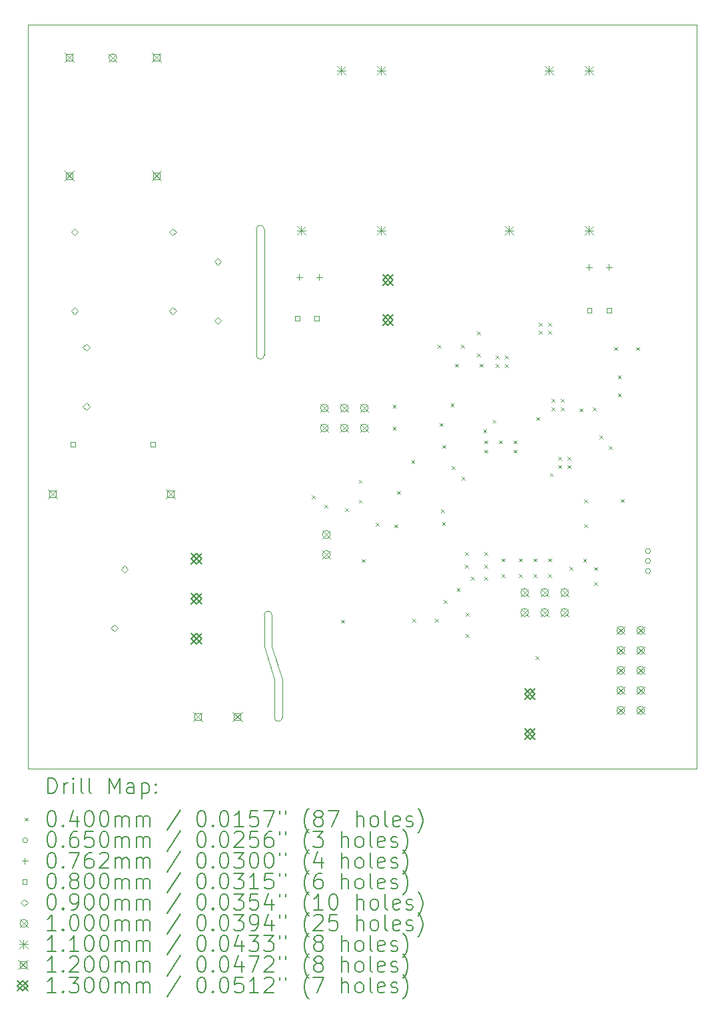
<source format=gbr>
%FSLAX45Y45*%
G04 Gerber Fmt 4.5, Leading zero omitted, Abs format (unit mm)*
G04 Created by KiCad (PCBNEW (6.0.1)) date 2022-08-06 00:31:24*
%MOMM*%
%LPD*%
G01*
G04 APERTURE LIST*
%TA.AperFunction,Profile*%
%ADD10C,0.100000*%
%TD*%
%ADD11C,0.200000*%
%ADD12C,0.040000*%
%ADD13C,0.065000*%
%ADD14C,0.076200*%
%ADD15C,0.080000*%
%ADD16C,0.090000*%
%ADD17C,0.100000*%
%ADD18C,0.110000*%
%ADD19C,0.120000*%
%ADD20C,0.130000*%
G04 APERTURE END LIST*
D10*
X9100000Y-13500000D02*
G75*
G03*
X9000000Y-13500000I-50000J0D01*
G01*
X9000000Y-13900000D02*
X9000000Y-13500000D01*
X9100000Y-13900000D02*
X9100000Y-13500000D01*
X9230000Y-14320000D02*
X9100000Y-13900000D01*
X9130000Y-14320000D02*
X9000000Y-13900000D01*
X9130000Y-14800000D02*
G75*
G03*
X9230000Y-14800000I50000J0D01*
G01*
X9130000Y-14320000D02*
X9130000Y-14800000D01*
X9230000Y-14800000D02*
X9230000Y-14320000D01*
X9000000Y-8600000D02*
G75*
G03*
X8900000Y-8600000I-50000J0D01*
G01*
X8900000Y-10200000D02*
G75*
G03*
X9000000Y-10200000I50000J0D01*
G01*
X9000000Y-8600000D02*
X9000000Y-10200000D01*
X8900000Y-10200000D02*
X8900000Y-8600000D01*
X14500000Y-15450000D02*
X6000000Y-15450000D01*
X6000000Y-15450000D02*
X6000000Y-6000000D01*
X6000000Y-6000000D02*
X14500000Y-6000000D01*
X14500000Y-6000000D02*
X14500000Y-15450000D01*
D11*
D12*
X9606750Y-11981000D02*
X9646750Y-12021000D01*
X9646750Y-11981000D02*
X9606750Y-12021000D01*
X9766750Y-12101000D02*
X9806750Y-12141000D01*
X9806750Y-12101000D02*
X9766750Y-12141000D01*
X9980000Y-13560000D02*
X10020000Y-13600000D01*
X10020000Y-13560000D02*
X9980000Y-13600000D01*
X10031750Y-12141000D02*
X10071750Y-12181000D01*
X10071750Y-12141000D02*
X10031750Y-12181000D01*
X10201750Y-11781000D02*
X10241750Y-11821000D01*
X10241750Y-11781000D02*
X10201750Y-11821000D01*
X10201750Y-12036000D02*
X10241750Y-12076000D01*
X10241750Y-12036000D02*
X10201750Y-12076000D01*
X10240000Y-12790000D02*
X10280000Y-12830000D01*
X10280000Y-12790000D02*
X10240000Y-12830000D01*
X10420000Y-12330000D02*
X10460000Y-12370000D01*
X10460000Y-12330000D02*
X10420000Y-12370000D01*
X10634250Y-10831000D02*
X10674250Y-10871000D01*
X10674250Y-10831000D02*
X10634250Y-10871000D01*
X10634250Y-11111000D02*
X10674250Y-11151000D01*
X10674250Y-11111000D02*
X10634250Y-11151000D01*
X10656800Y-12350000D02*
X10696800Y-12390000D01*
X10696800Y-12350000D02*
X10656800Y-12390000D01*
X10691750Y-11926000D02*
X10731750Y-11966000D01*
X10731750Y-11926000D02*
X10691750Y-11966000D01*
X10871750Y-11531000D02*
X10911750Y-11571000D01*
X10911750Y-11531000D02*
X10871750Y-11571000D01*
X10881750Y-13546000D02*
X10921750Y-13586000D01*
X10921750Y-13546000D02*
X10881750Y-13586000D01*
X11171750Y-13546000D02*
X11211750Y-13586000D01*
X11211750Y-13546000D02*
X11171750Y-13586000D01*
X11203250Y-10065000D02*
X11243250Y-10105000D01*
X11243250Y-10065000D02*
X11203250Y-10105000D01*
X11231750Y-11061000D02*
X11271750Y-11101000D01*
X11271750Y-11061000D02*
X11231750Y-11101000D01*
X11250000Y-12160000D02*
X11290000Y-12200000D01*
X11290000Y-12160000D02*
X11250000Y-12200000D01*
X11260000Y-12320000D02*
X11300000Y-12360000D01*
X11300000Y-12320000D02*
X11260000Y-12360000D01*
X11264250Y-11341000D02*
X11304250Y-11381000D01*
X11304250Y-11341000D02*
X11264250Y-11381000D01*
X11281750Y-13311000D02*
X11321750Y-13351000D01*
X11321750Y-13311000D02*
X11281750Y-13351000D01*
X11371750Y-10811000D02*
X11411750Y-10851000D01*
X11411750Y-10811000D02*
X11371750Y-10851000D01*
X11381750Y-11611000D02*
X11421750Y-11651000D01*
X11421750Y-11611000D02*
X11381750Y-11651000D01*
X11426750Y-10307500D02*
X11466750Y-10347500D01*
X11466750Y-10307500D02*
X11426750Y-10347500D01*
X11446750Y-13156000D02*
X11486750Y-13196000D01*
X11486750Y-13156000D02*
X11446750Y-13196000D01*
X11505000Y-10065000D02*
X11545000Y-10105000D01*
X11545000Y-10065000D02*
X11505000Y-10105000D01*
X11511750Y-11741000D02*
X11551750Y-11781000D01*
X11551750Y-11741000D02*
X11511750Y-11781000D01*
X11551800Y-12701000D02*
X11591800Y-12741000D01*
X11591800Y-12701000D02*
X11551800Y-12741000D01*
X11551800Y-12861000D02*
X11591800Y-12901000D01*
X11591800Y-12861000D02*
X11551800Y-12901000D01*
X11561750Y-13471000D02*
X11601750Y-13511000D01*
X11601750Y-13471000D02*
X11561750Y-13511000D01*
X11561750Y-13741000D02*
X11601750Y-13781000D01*
X11601750Y-13741000D02*
X11561750Y-13781000D01*
X11629300Y-13011000D02*
X11669300Y-13051000D01*
X11669300Y-13011000D02*
X11629300Y-13051000D01*
X11705000Y-9900000D02*
X11745000Y-9940000D01*
X11745000Y-9900000D02*
X11705000Y-9940000D01*
X11705000Y-10180000D02*
X11745000Y-10220000D01*
X11745000Y-10180000D02*
X11705000Y-10220000D01*
X11736750Y-10307500D02*
X11776750Y-10347500D01*
X11776750Y-10307500D02*
X11736750Y-10347500D01*
X11784956Y-11140094D02*
X11824956Y-11180094D01*
X11824956Y-11140094D02*
X11784956Y-11180094D01*
X11796750Y-12701000D02*
X11836750Y-12741000D01*
X11836750Y-12701000D02*
X11796750Y-12741000D01*
X11801750Y-11281000D02*
X11841750Y-11321000D01*
X11841750Y-11281000D02*
X11801750Y-11321000D01*
X11801750Y-11401000D02*
X11841750Y-11441000D01*
X11841750Y-11401000D02*
X11801750Y-11441000D01*
X11801750Y-12861000D02*
X11841750Y-12901000D01*
X11841750Y-12861000D02*
X11801750Y-12901000D01*
X11801750Y-13011000D02*
X11841750Y-13051000D01*
X11841750Y-13011000D02*
X11801750Y-13051000D01*
X11905094Y-11019956D02*
X11945094Y-11059956D01*
X11945094Y-11019956D02*
X11905094Y-11059956D01*
X11940000Y-10205000D02*
X11980000Y-10245000D01*
X11980000Y-10205000D02*
X11940000Y-10245000D01*
X11940000Y-10310000D02*
X11980000Y-10350000D01*
X11980000Y-10310000D02*
X11940000Y-10350000D01*
X11986750Y-11281000D02*
X12026750Y-11321000D01*
X12026750Y-11281000D02*
X11986750Y-11321000D01*
X12016750Y-12781000D02*
X12056750Y-12821000D01*
X12056750Y-12781000D02*
X12016750Y-12821000D01*
X12016750Y-12980999D02*
X12056750Y-13020999D01*
X12056750Y-12980999D02*
X12016750Y-13020999D01*
X12060000Y-10205000D02*
X12100000Y-10245000D01*
X12100000Y-10205000D02*
X12060000Y-10245000D01*
X12060000Y-10310000D02*
X12100000Y-10350000D01*
X12100000Y-10310000D02*
X12060000Y-10350000D01*
X12171750Y-11281000D02*
X12211750Y-11321000D01*
X12211750Y-11281000D02*
X12171750Y-11321000D01*
X12171750Y-11401000D02*
X12211750Y-11441000D01*
X12211750Y-11401000D02*
X12171750Y-11441000D01*
X12236750Y-12781000D02*
X12276750Y-12821000D01*
X12276750Y-12781000D02*
X12236750Y-12821000D01*
X12236750Y-12981000D02*
X12276750Y-13021000D01*
X12276750Y-12981000D02*
X12236750Y-13021000D01*
X12424250Y-12781000D02*
X12464250Y-12821000D01*
X12464250Y-12781000D02*
X12424250Y-12821000D01*
X12424250Y-12981000D02*
X12464250Y-13021000D01*
X12464250Y-12981000D02*
X12424250Y-13021000D01*
X12452500Y-14020000D02*
X12492500Y-14060000D01*
X12492500Y-14020000D02*
X12452500Y-14060000D01*
X12461750Y-10986000D02*
X12501750Y-11026000D01*
X12501750Y-10986000D02*
X12461750Y-11026000D01*
X12490000Y-9785000D02*
X12530000Y-9825000D01*
X12530000Y-9785000D02*
X12490000Y-9825000D01*
X12490000Y-9890000D02*
X12530000Y-9930000D01*
X12530000Y-9890000D02*
X12490000Y-9930000D01*
X12610000Y-9785000D02*
X12650000Y-9825000D01*
X12650000Y-9785000D02*
X12610000Y-9825000D01*
X12610000Y-9890000D02*
X12650000Y-9930000D01*
X12650000Y-9890000D02*
X12610000Y-9930000D01*
X12611750Y-12781000D02*
X12651750Y-12821000D01*
X12651750Y-12781000D02*
X12611750Y-12821000D01*
X12611750Y-12981000D02*
X12651750Y-13021000D01*
X12651750Y-12981000D02*
X12611750Y-13021000D01*
X12631750Y-11696000D02*
X12671750Y-11736000D01*
X12671750Y-11696000D02*
X12631750Y-11736000D01*
X12651750Y-10755000D02*
X12691750Y-10795000D01*
X12691750Y-10755000D02*
X12651750Y-10795000D01*
X12651750Y-10860000D02*
X12691750Y-10900000D01*
X12691750Y-10860000D02*
X12651750Y-10900000D01*
X12736750Y-11491000D02*
X12776750Y-11531000D01*
X12776750Y-11491000D02*
X12736750Y-11531000D01*
X12736750Y-11596000D02*
X12776750Y-11636000D01*
X12776750Y-11596000D02*
X12736750Y-11636000D01*
X12771750Y-10755000D02*
X12811750Y-10795000D01*
X12811750Y-10755000D02*
X12771750Y-10795000D01*
X12771750Y-10860000D02*
X12811750Y-10900000D01*
X12811750Y-10860000D02*
X12771750Y-10900000D01*
X12856750Y-11491000D02*
X12896750Y-11531000D01*
X12896750Y-11491000D02*
X12856750Y-11531000D01*
X12856750Y-11596000D02*
X12896750Y-11636000D01*
X12896750Y-11596000D02*
X12856750Y-11636000D01*
X12884250Y-12886000D02*
X12924250Y-12926000D01*
X12924250Y-12886000D02*
X12884250Y-12926000D01*
X13006750Y-10876000D02*
X13046750Y-10916000D01*
X13046750Y-10876000D02*
X13006750Y-10916000D01*
X13056750Y-12785950D02*
X13096750Y-12825950D01*
X13096750Y-12785950D02*
X13056750Y-12825950D01*
X13066750Y-12031000D02*
X13106750Y-12071000D01*
X13106750Y-12031000D02*
X13066750Y-12071000D01*
X13066750Y-12346000D02*
X13106750Y-12386000D01*
X13106750Y-12346000D02*
X13066750Y-12386000D01*
X13176750Y-10861000D02*
X13216750Y-10901000D01*
X13216750Y-10861000D02*
X13176750Y-10901000D01*
X13197500Y-12891050D02*
X13237500Y-12931050D01*
X13237500Y-12891050D02*
X13197500Y-12931050D01*
X13197500Y-13080950D02*
X13237500Y-13120950D01*
X13237500Y-13080950D02*
X13197500Y-13120950D01*
X13261750Y-11221000D02*
X13301750Y-11261000D01*
X13301750Y-11221000D02*
X13261750Y-11261000D01*
X13381750Y-11356000D02*
X13421750Y-11396000D01*
X13421750Y-11356000D02*
X13381750Y-11396000D01*
X13451750Y-10096000D02*
X13491750Y-10136000D01*
X13491750Y-10096000D02*
X13451750Y-10136000D01*
X13496750Y-10456000D02*
X13536750Y-10496000D01*
X13536750Y-10456000D02*
X13496750Y-10496000D01*
X13496750Y-10686000D02*
X13536750Y-10726000D01*
X13536750Y-10686000D02*
X13496750Y-10726000D01*
X13531750Y-12026000D02*
X13571750Y-12066000D01*
X13571750Y-12026000D02*
X13531750Y-12066000D01*
X13731750Y-10096000D02*
X13771750Y-10136000D01*
X13771750Y-10096000D02*
X13731750Y-10136000D01*
D13*
X13912500Y-12686000D02*
G75*
G03*
X13912500Y-12686000I-32500J0D01*
G01*
X13912500Y-12813000D02*
G75*
G03*
X13912500Y-12813000I-32500J0D01*
G01*
X13912500Y-12940000D02*
G75*
G03*
X13912500Y-12940000I-32500J0D01*
G01*
D14*
X9446000Y-9171900D02*
X9446000Y-9248100D01*
X9407900Y-9210000D02*
X9484100Y-9210000D01*
X9700000Y-9171900D02*
X9700000Y-9248100D01*
X9661900Y-9210000D02*
X9738100Y-9210000D01*
X13131000Y-9041900D02*
X13131000Y-9118100D01*
X13092900Y-9080000D02*
X13169100Y-9080000D01*
X13385000Y-9041900D02*
X13385000Y-9118100D01*
X13346900Y-9080000D02*
X13423100Y-9080000D01*
D15*
X6600284Y-11358284D02*
X6600284Y-11301715D01*
X6543715Y-11301715D01*
X6543715Y-11358284D01*
X6600284Y-11358284D01*
X7616284Y-11358284D02*
X7616284Y-11301715D01*
X7559715Y-11301715D01*
X7559715Y-11358284D01*
X7616284Y-11358284D01*
X9448285Y-9758285D02*
X9448285Y-9701716D01*
X9391716Y-9701716D01*
X9391716Y-9758285D01*
X9448285Y-9758285D01*
X9698285Y-9758285D02*
X9698285Y-9701716D01*
X9641716Y-9701716D01*
X9641716Y-9758285D01*
X9698285Y-9758285D01*
X13163284Y-9658285D02*
X13163284Y-9601716D01*
X13106715Y-9601716D01*
X13106715Y-9658285D01*
X13163284Y-9658285D01*
X13413284Y-9658285D02*
X13413284Y-9601716D01*
X13356715Y-9601716D01*
X13356715Y-9658285D01*
X13413284Y-9658285D01*
D16*
X6589250Y-8680750D02*
X6634250Y-8635750D01*
X6589250Y-8590750D01*
X6544250Y-8635750D01*
X6589250Y-8680750D01*
X6589250Y-9680750D02*
X6634250Y-9635750D01*
X6589250Y-9590750D01*
X6544250Y-9635750D01*
X6589250Y-9680750D01*
X6740000Y-10145000D02*
X6785000Y-10100000D01*
X6740000Y-10055000D01*
X6695000Y-10100000D01*
X6740000Y-10145000D01*
X6740000Y-10895000D02*
X6785000Y-10850000D01*
X6740000Y-10805000D01*
X6695000Y-10850000D01*
X6740000Y-10895000D01*
X7095500Y-13710000D02*
X7140500Y-13665000D01*
X7095500Y-13620000D01*
X7050500Y-13665000D01*
X7095500Y-13710000D01*
X7225500Y-12960000D02*
X7270500Y-12915000D01*
X7225500Y-12870000D01*
X7180500Y-12915000D01*
X7225500Y-12960000D01*
X7839250Y-8680750D02*
X7884250Y-8635750D01*
X7839250Y-8590750D01*
X7794250Y-8635750D01*
X7839250Y-8680750D01*
X7839250Y-9680750D02*
X7884250Y-9635750D01*
X7839250Y-9590750D01*
X7794250Y-9635750D01*
X7839250Y-9680750D01*
X8410000Y-9055000D02*
X8455000Y-9010000D01*
X8410000Y-8965000D01*
X8365000Y-9010000D01*
X8410000Y-9055000D01*
X8410000Y-9805000D02*
X8455000Y-9760000D01*
X8410000Y-9715000D01*
X8365000Y-9760000D01*
X8410000Y-9805000D01*
D17*
X7025000Y-6372500D02*
X7125000Y-6472500D01*
X7125000Y-6372500D02*
X7025000Y-6472500D01*
X7125000Y-6422500D02*
G75*
G03*
X7125000Y-6422500I-50000J0D01*
G01*
X9714500Y-10820000D02*
X9814500Y-10920000D01*
X9814500Y-10820000D02*
X9714500Y-10920000D01*
X9814500Y-10870000D02*
G75*
G03*
X9814500Y-10870000I-50000J0D01*
G01*
X9714500Y-11074000D02*
X9814500Y-11174000D01*
X9814500Y-11074000D02*
X9714500Y-11174000D01*
X9814500Y-11124000D02*
G75*
G03*
X9814500Y-11124000I-50000J0D01*
G01*
X9741000Y-12426000D02*
X9841000Y-12526000D01*
X9841000Y-12426000D02*
X9741000Y-12526000D01*
X9841000Y-12476000D02*
G75*
G03*
X9841000Y-12476000I-50000J0D01*
G01*
X9741000Y-12680000D02*
X9841000Y-12780000D01*
X9841000Y-12680000D02*
X9741000Y-12780000D01*
X9841000Y-12730000D02*
G75*
G03*
X9841000Y-12730000I-50000J0D01*
G01*
X9968500Y-10820000D02*
X10068500Y-10920000D01*
X10068500Y-10820000D02*
X9968500Y-10920000D01*
X10068500Y-10870000D02*
G75*
G03*
X10068500Y-10870000I-50000J0D01*
G01*
X9968500Y-11074000D02*
X10068500Y-11174000D01*
X10068500Y-11074000D02*
X9968500Y-11174000D01*
X10068500Y-11124000D02*
G75*
G03*
X10068500Y-11124000I-50000J0D01*
G01*
X10222500Y-10820000D02*
X10322500Y-10920000D01*
X10322500Y-10820000D02*
X10222500Y-10920000D01*
X10322500Y-10870000D02*
G75*
G03*
X10322500Y-10870000I-50000J0D01*
G01*
X10222500Y-11074000D02*
X10322500Y-11174000D01*
X10322500Y-11074000D02*
X10222500Y-11174000D01*
X10322500Y-11124000D02*
G75*
G03*
X10322500Y-11124000I-50000J0D01*
G01*
X12262000Y-13162500D02*
X12362000Y-13262500D01*
X12362000Y-13162500D02*
X12262000Y-13262500D01*
X12362000Y-13212500D02*
G75*
G03*
X12362000Y-13212500I-50000J0D01*
G01*
X12262000Y-13416500D02*
X12362000Y-13516500D01*
X12362000Y-13416500D02*
X12262000Y-13516500D01*
X12362000Y-13466500D02*
G75*
G03*
X12362000Y-13466500I-50000J0D01*
G01*
X12516000Y-13162500D02*
X12616000Y-13262500D01*
X12616000Y-13162500D02*
X12516000Y-13262500D01*
X12616000Y-13212500D02*
G75*
G03*
X12616000Y-13212500I-50000J0D01*
G01*
X12516000Y-13416500D02*
X12616000Y-13516500D01*
X12616000Y-13416500D02*
X12516000Y-13516500D01*
X12616000Y-13466500D02*
G75*
G03*
X12616000Y-13466500I-50000J0D01*
G01*
X12770000Y-13162500D02*
X12870000Y-13262500D01*
X12870000Y-13162500D02*
X12770000Y-13262500D01*
X12870000Y-13212500D02*
G75*
G03*
X12870000Y-13212500I-50000J0D01*
G01*
X12770000Y-13416500D02*
X12870000Y-13516500D01*
X12870000Y-13416500D02*
X12770000Y-13516500D01*
X12870000Y-13466500D02*
G75*
G03*
X12870000Y-13466500I-50000J0D01*
G01*
X13483000Y-13643500D02*
X13583000Y-13743500D01*
X13583000Y-13643500D02*
X13483000Y-13743500D01*
X13583000Y-13693500D02*
G75*
G03*
X13583000Y-13693500I-50000J0D01*
G01*
X13483000Y-13897500D02*
X13583000Y-13997500D01*
X13583000Y-13897500D02*
X13483000Y-13997500D01*
X13583000Y-13947500D02*
G75*
G03*
X13583000Y-13947500I-50000J0D01*
G01*
X13483000Y-14151500D02*
X13583000Y-14251500D01*
X13583000Y-14151500D02*
X13483000Y-14251500D01*
X13583000Y-14201500D02*
G75*
G03*
X13583000Y-14201500I-50000J0D01*
G01*
X13483000Y-14405500D02*
X13583000Y-14505500D01*
X13583000Y-14405500D02*
X13483000Y-14505500D01*
X13583000Y-14455500D02*
G75*
G03*
X13583000Y-14455500I-50000J0D01*
G01*
X13483000Y-14659500D02*
X13583000Y-14759500D01*
X13583000Y-14659500D02*
X13483000Y-14759500D01*
X13583000Y-14709500D02*
G75*
G03*
X13583000Y-14709500I-50000J0D01*
G01*
X13737000Y-13643500D02*
X13837000Y-13743500D01*
X13837000Y-13643500D02*
X13737000Y-13743500D01*
X13837000Y-13693500D02*
G75*
G03*
X13837000Y-13693500I-50000J0D01*
G01*
X13737000Y-13897500D02*
X13837000Y-13997500D01*
X13837000Y-13897500D02*
X13737000Y-13997500D01*
X13837000Y-13947500D02*
G75*
G03*
X13837000Y-13947500I-50000J0D01*
G01*
X13737000Y-14151500D02*
X13837000Y-14251500D01*
X13837000Y-14151500D02*
X13737000Y-14251500D01*
X13837000Y-14201500D02*
G75*
G03*
X13837000Y-14201500I-50000J0D01*
G01*
X13737000Y-14405500D02*
X13837000Y-14505500D01*
X13837000Y-14405500D02*
X13737000Y-14505500D01*
X13837000Y-14455500D02*
G75*
G03*
X13837000Y-14455500I-50000J0D01*
G01*
X13737000Y-14659500D02*
X13837000Y-14759500D01*
X13837000Y-14659500D02*
X13737000Y-14759500D01*
X13837000Y-14709500D02*
G75*
G03*
X13837000Y-14709500I-50000J0D01*
G01*
D18*
X9417500Y-8561000D02*
X9527500Y-8671000D01*
X9527500Y-8561000D02*
X9417500Y-8671000D01*
X9472500Y-8561000D02*
X9472500Y-8671000D01*
X9417500Y-8616000D02*
X9527500Y-8616000D01*
X9925500Y-6529000D02*
X10035500Y-6639000D01*
X10035500Y-6529000D02*
X9925500Y-6639000D01*
X9980500Y-6529000D02*
X9980500Y-6639000D01*
X9925500Y-6584000D02*
X10035500Y-6584000D01*
X10433500Y-6529000D02*
X10543500Y-6639000D01*
X10543500Y-6529000D02*
X10433500Y-6639000D01*
X10488500Y-6529000D02*
X10488500Y-6639000D01*
X10433500Y-6584000D02*
X10543500Y-6584000D01*
X10433500Y-8561000D02*
X10543500Y-8671000D01*
X10543500Y-8561000D02*
X10433500Y-8671000D01*
X10488500Y-8561000D02*
X10488500Y-8671000D01*
X10433500Y-8616000D02*
X10543500Y-8616000D01*
X12057500Y-8561000D02*
X12167500Y-8671000D01*
X12167500Y-8561000D02*
X12057500Y-8671000D01*
X12112500Y-8561000D02*
X12112500Y-8671000D01*
X12057500Y-8616000D02*
X12167500Y-8616000D01*
X12565500Y-6529000D02*
X12675500Y-6639000D01*
X12675500Y-6529000D02*
X12565500Y-6639000D01*
X12620500Y-6529000D02*
X12620500Y-6639000D01*
X12565500Y-6584000D02*
X12675500Y-6584000D01*
X13073500Y-6529000D02*
X13183500Y-6639000D01*
X13183500Y-6529000D02*
X13073500Y-6639000D01*
X13128500Y-6529000D02*
X13128500Y-6639000D01*
X13073500Y-6584000D02*
X13183500Y-6584000D01*
X13073500Y-8561000D02*
X13183500Y-8671000D01*
X13183500Y-8561000D02*
X13073500Y-8671000D01*
X13128500Y-8561000D02*
X13128500Y-8671000D01*
X13073500Y-8616000D02*
X13183500Y-8616000D01*
D19*
X6250000Y-11900000D02*
X6370000Y-12020000D01*
X6370000Y-11900000D02*
X6250000Y-12020000D01*
X6352427Y-12002427D02*
X6352427Y-11917573D01*
X6267573Y-11917573D01*
X6267573Y-12002427D01*
X6352427Y-12002427D01*
X6460000Y-6360000D02*
X6580000Y-6480000D01*
X6580000Y-6360000D02*
X6460000Y-6480000D01*
X6562427Y-6462427D02*
X6562427Y-6377573D01*
X6477573Y-6377573D01*
X6477573Y-6462427D01*
X6562427Y-6462427D01*
X6460000Y-7860000D02*
X6580000Y-7980000D01*
X6580000Y-7860000D02*
X6460000Y-7980000D01*
X6562427Y-7962427D02*
X6562427Y-7877573D01*
X6477573Y-7877573D01*
X6477573Y-7962427D01*
X6562427Y-7962427D01*
X7570000Y-6360000D02*
X7690000Y-6480000D01*
X7690000Y-6360000D02*
X7570000Y-6480000D01*
X7672427Y-6462427D02*
X7672427Y-6377573D01*
X7587573Y-6377573D01*
X7587573Y-6462427D01*
X7672427Y-6462427D01*
X7570000Y-7860000D02*
X7690000Y-7980000D01*
X7690000Y-7860000D02*
X7570000Y-7980000D01*
X7672427Y-7962427D02*
X7672427Y-7877573D01*
X7587573Y-7877573D01*
X7587573Y-7962427D01*
X7672427Y-7962427D01*
X7750000Y-11900000D02*
X7870000Y-12020000D01*
X7870000Y-11900000D02*
X7750000Y-12020000D01*
X7852427Y-12002427D02*
X7852427Y-11917573D01*
X7767573Y-11917573D01*
X7767573Y-12002427D01*
X7852427Y-12002427D01*
X8100000Y-14730000D02*
X8220000Y-14850000D01*
X8220000Y-14730000D02*
X8100000Y-14850000D01*
X8202427Y-14832427D02*
X8202427Y-14747573D01*
X8117573Y-14747573D01*
X8117573Y-14832427D01*
X8202427Y-14832427D01*
X8600000Y-14730000D02*
X8720000Y-14850000D01*
X8720000Y-14730000D02*
X8600000Y-14850000D01*
X8702427Y-14832427D02*
X8702427Y-14747573D01*
X8617573Y-14747573D01*
X8617573Y-14832427D01*
X8702427Y-14832427D01*
D20*
X8075500Y-12717500D02*
X8205500Y-12847500D01*
X8205500Y-12717500D02*
X8075500Y-12847500D01*
X8140500Y-12847500D02*
X8205500Y-12782500D01*
X8140500Y-12717500D01*
X8075500Y-12782500D01*
X8140500Y-12847500D01*
X8075500Y-13225500D02*
X8205500Y-13355500D01*
X8205500Y-13225500D02*
X8075500Y-13355500D01*
X8140500Y-13355500D02*
X8205500Y-13290500D01*
X8140500Y-13225500D01*
X8075500Y-13290500D01*
X8140500Y-13355500D01*
X8075500Y-13733500D02*
X8205500Y-13863500D01*
X8205500Y-13733500D02*
X8075500Y-13863500D01*
X8140500Y-13863500D02*
X8205500Y-13798500D01*
X8140500Y-13733500D01*
X8075500Y-13798500D01*
X8140500Y-13863500D01*
X10508750Y-9179000D02*
X10638750Y-9309000D01*
X10638750Y-9179000D02*
X10508750Y-9309000D01*
X10573750Y-9309000D02*
X10638750Y-9244000D01*
X10573750Y-9179000D01*
X10508750Y-9244000D01*
X10573750Y-9309000D01*
X10508750Y-9687000D02*
X10638750Y-9817000D01*
X10638750Y-9687000D02*
X10508750Y-9817000D01*
X10573750Y-9817000D02*
X10638750Y-9752000D01*
X10573750Y-9687000D01*
X10508750Y-9752000D01*
X10573750Y-9817000D01*
X12315000Y-14437000D02*
X12445000Y-14567000D01*
X12445000Y-14437000D02*
X12315000Y-14567000D01*
X12380000Y-14567000D02*
X12445000Y-14502000D01*
X12380000Y-14437000D01*
X12315000Y-14502000D01*
X12380000Y-14567000D01*
X12315000Y-14945000D02*
X12445000Y-15075000D01*
X12445000Y-14945000D02*
X12315000Y-15075000D01*
X12380000Y-15075000D02*
X12445000Y-15010000D01*
X12380000Y-14945000D01*
X12315000Y-15010000D01*
X12380000Y-15075000D01*
D11*
X6252619Y-15765476D02*
X6252619Y-15565476D01*
X6300238Y-15565476D01*
X6328809Y-15575000D01*
X6347857Y-15594048D01*
X6357381Y-15613095D01*
X6366905Y-15651190D01*
X6366905Y-15679762D01*
X6357381Y-15717857D01*
X6347857Y-15736905D01*
X6328809Y-15755952D01*
X6300238Y-15765476D01*
X6252619Y-15765476D01*
X6452619Y-15765476D02*
X6452619Y-15632143D01*
X6452619Y-15670238D02*
X6462143Y-15651190D01*
X6471667Y-15641667D01*
X6490714Y-15632143D01*
X6509762Y-15632143D01*
X6576428Y-15765476D02*
X6576428Y-15632143D01*
X6576428Y-15565476D02*
X6566905Y-15575000D01*
X6576428Y-15584524D01*
X6585952Y-15575000D01*
X6576428Y-15565476D01*
X6576428Y-15584524D01*
X6700238Y-15765476D02*
X6681190Y-15755952D01*
X6671667Y-15736905D01*
X6671667Y-15565476D01*
X6805000Y-15765476D02*
X6785952Y-15755952D01*
X6776428Y-15736905D01*
X6776428Y-15565476D01*
X7033571Y-15765476D02*
X7033571Y-15565476D01*
X7100238Y-15708333D01*
X7166905Y-15565476D01*
X7166905Y-15765476D01*
X7347857Y-15765476D02*
X7347857Y-15660714D01*
X7338333Y-15641667D01*
X7319286Y-15632143D01*
X7281190Y-15632143D01*
X7262143Y-15641667D01*
X7347857Y-15755952D02*
X7328809Y-15765476D01*
X7281190Y-15765476D01*
X7262143Y-15755952D01*
X7252619Y-15736905D01*
X7252619Y-15717857D01*
X7262143Y-15698809D01*
X7281190Y-15689286D01*
X7328809Y-15689286D01*
X7347857Y-15679762D01*
X7443095Y-15632143D02*
X7443095Y-15832143D01*
X7443095Y-15641667D02*
X7462143Y-15632143D01*
X7500238Y-15632143D01*
X7519286Y-15641667D01*
X7528809Y-15651190D01*
X7538333Y-15670238D01*
X7538333Y-15727381D01*
X7528809Y-15746428D01*
X7519286Y-15755952D01*
X7500238Y-15765476D01*
X7462143Y-15765476D01*
X7443095Y-15755952D01*
X7624048Y-15746428D02*
X7633571Y-15755952D01*
X7624048Y-15765476D01*
X7614524Y-15755952D01*
X7624048Y-15746428D01*
X7624048Y-15765476D01*
X7624048Y-15641667D02*
X7633571Y-15651190D01*
X7624048Y-15660714D01*
X7614524Y-15651190D01*
X7624048Y-15641667D01*
X7624048Y-15660714D01*
D12*
X5955000Y-16075000D02*
X5995000Y-16115000D01*
X5995000Y-16075000D02*
X5955000Y-16115000D01*
D11*
X6290714Y-15985476D02*
X6309762Y-15985476D01*
X6328809Y-15995000D01*
X6338333Y-16004524D01*
X6347857Y-16023571D01*
X6357381Y-16061667D01*
X6357381Y-16109286D01*
X6347857Y-16147381D01*
X6338333Y-16166428D01*
X6328809Y-16175952D01*
X6309762Y-16185476D01*
X6290714Y-16185476D01*
X6271667Y-16175952D01*
X6262143Y-16166428D01*
X6252619Y-16147381D01*
X6243095Y-16109286D01*
X6243095Y-16061667D01*
X6252619Y-16023571D01*
X6262143Y-16004524D01*
X6271667Y-15995000D01*
X6290714Y-15985476D01*
X6443095Y-16166428D02*
X6452619Y-16175952D01*
X6443095Y-16185476D01*
X6433571Y-16175952D01*
X6443095Y-16166428D01*
X6443095Y-16185476D01*
X6624048Y-16052143D02*
X6624048Y-16185476D01*
X6576428Y-15975952D02*
X6528809Y-16118809D01*
X6652619Y-16118809D01*
X6766905Y-15985476D02*
X6785952Y-15985476D01*
X6805000Y-15995000D01*
X6814524Y-16004524D01*
X6824048Y-16023571D01*
X6833571Y-16061667D01*
X6833571Y-16109286D01*
X6824048Y-16147381D01*
X6814524Y-16166428D01*
X6805000Y-16175952D01*
X6785952Y-16185476D01*
X6766905Y-16185476D01*
X6747857Y-16175952D01*
X6738333Y-16166428D01*
X6728809Y-16147381D01*
X6719286Y-16109286D01*
X6719286Y-16061667D01*
X6728809Y-16023571D01*
X6738333Y-16004524D01*
X6747857Y-15995000D01*
X6766905Y-15985476D01*
X6957381Y-15985476D02*
X6976428Y-15985476D01*
X6995476Y-15995000D01*
X7005000Y-16004524D01*
X7014524Y-16023571D01*
X7024048Y-16061667D01*
X7024048Y-16109286D01*
X7014524Y-16147381D01*
X7005000Y-16166428D01*
X6995476Y-16175952D01*
X6976428Y-16185476D01*
X6957381Y-16185476D01*
X6938333Y-16175952D01*
X6928809Y-16166428D01*
X6919286Y-16147381D01*
X6909762Y-16109286D01*
X6909762Y-16061667D01*
X6919286Y-16023571D01*
X6928809Y-16004524D01*
X6938333Y-15995000D01*
X6957381Y-15985476D01*
X7109762Y-16185476D02*
X7109762Y-16052143D01*
X7109762Y-16071190D02*
X7119286Y-16061667D01*
X7138333Y-16052143D01*
X7166905Y-16052143D01*
X7185952Y-16061667D01*
X7195476Y-16080714D01*
X7195476Y-16185476D01*
X7195476Y-16080714D02*
X7205000Y-16061667D01*
X7224048Y-16052143D01*
X7252619Y-16052143D01*
X7271667Y-16061667D01*
X7281190Y-16080714D01*
X7281190Y-16185476D01*
X7376428Y-16185476D02*
X7376428Y-16052143D01*
X7376428Y-16071190D02*
X7385952Y-16061667D01*
X7405000Y-16052143D01*
X7433571Y-16052143D01*
X7452619Y-16061667D01*
X7462143Y-16080714D01*
X7462143Y-16185476D01*
X7462143Y-16080714D02*
X7471667Y-16061667D01*
X7490714Y-16052143D01*
X7519286Y-16052143D01*
X7538333Y-16061667D01*
X7547857Y-16080714D01*
X7547857Y-16185476D01*
X7938333Y-15975952D02*
X7766905Y-16233095D01*
X8195476Y-15985476D02*
X8214524Y-15985476D01*
X8233571Y-15995000D01*
X8243095Y-16004524D01*
X8252619Y-16023571D01*
X8262143Y-16061667D01*
X8262143Y-16109286D01*
X8252619Y-16147381D01*
X8243095Y-16166428D01*
X8233571Y-16175952D01*
X8214524Y-16185476D01*
X8195476Y-16185476D01*
X8176428Y-16175952D01*
X8166905Y-16166428D01*
X8157381Y-16147381D01*
X8147857Y-16109286D01*
X8147857Y-16061667D01*
X8157381Y-16023571D01*
X8166905Y-16004524D01*
X8176428Y-15995000D01*
X8195476Y-15985476D01*
X8347857Y-16166428D02*
X8357381Y-16175952D01*
X8347857Y-16185476D01*
X8338333Y-16175952D01*
X8347857Y-16166428D01*
X8347857Y-16185476D01*
X8481190Y-15985476D02*
X8500238Y-15985476D01*
X8519286Y-15995000D01*
X8528810Y-16004524D01*
X8538333Y-16023571D01*
X8547857Y-16061667D01*
X8547857Y-16109286D01*
X8538333Y-16147381D01*
X8528810Y-16166428D01*
X8519286Y-16175952D01*
X8500238Y-16185476D01*
X8481190Y-16185476D01*
X8462143Y-16175952D01*
X8452619Y-16166428D01*
X8443095Y-16147381D01*
X8433571Y-16109286D01*
X8433571Y-16061667D01*
X8443095Y-16023571D01*
X8452619Y-16004524D01*
X8462143Y-15995000D01*
X8481190Y-15985476D01*
X8738333Y-16185476D02*
X8624048Y-16185476D01*
X8681190Y-16185476D02*
X8681190Y-15985476D01*
X8662143Y-16014048D01*
X8643095Y-16033095D01*
X8624048Y-16042619D01*
X8919286Y-15985476D02*
X8824048Y-15985476D01*
X8814524Y-16080714D01*
X8824048Y-16071190D01*
X8843095Y-16061667D01*
X8890714Y-16061667D01*
X8909762Y-16071190D01*
X8919286Y-16080714D01*
X8928810Y-16099762D01*
X8928810Y-16147381D01*
X8919286Y-16166428D01*
X8909762Y-16175952D01*
X8890714Y-16185476D01*
X8843095Y-16185476D01*
X8824048Y-16175952D01*
X8814524Y-16166428D01*
X8995476Y-15985476D02*
X9128810Y-15985476D01*
X9043095Y-16185476D01*
X9195476Y-15985476D02*
X9195476Y-16023571D01*
X9271667Y-15985476D02*
X9271667Y-16023571D01*
X9566905Y-16261667D02*
X9557381Y-16252143D01*
X9538333Y-16223571D01*
X9528810Y-16204524D01*
X9519286Y-16175952D01*
X9509762Y-16128333D01*
X9509762Y-16090238D01*
X9519286Y-16042619D01*
X9528810Y-16014048D01*
X9538333Y-15995000D01*
X9557381Y-15966428D01*
X9566905Y-15956905D01*
X9671667Y-16071190D02*
X9652619Y-16061667D01*
X9643095Y-16052143D01*
X9633571Y-16033095D01*
X9633571Y-16023571D01*
X9643095Y-16004524D01*
X9652619Y-15995000D01*
X9671667Y-15985476D01*
X9709762Y-15985476D01*
X9728810Y-15995000D01*
X9738333Y-16004524D01*
X9747857Y-16023571D01*
X9747857Y-16033095D01*
X9738333Y-16052143D01*
X9728810Y-16061667D01*
X9709762Y-16071190D01*
X9671667Y-16071190D01*
X9652619Y-16080714D01*
X9643095Y-16090238D01*
X9633571Y-16109286D01*
X9633571Y-16147381D01*
X9643095Y-16166428D01*
X9652619Y-16175952D01*
X9671667Y-16185476D01*
X9709762Y-16185476D01*
X9728810Y-16175952D01*
X9738333Y-16166428D01*
X9747857Y-16147381D01*
X9747857Y-16109286D01*
X9738333Y-16090238D01*
X9728810Y-16080714D01*
X9709762Y-16071190D01*
X9814524Y-15985476D02*
X9947857Y-15985476D01*
X9862143Y-16185476D01*
X10176429Y-16185476D02*
X10176429Y-15985476D01*
X10262143Y-16185476D02*
X10262143Y-16080714D01*
X10252619Y-16061667D01*
X10233571Y-16052143D01*
X10205000Y-16052143D01*
X10185952Y-16061667D01*
X10176429Y-16071190D01*
X10385952Y-16185476D02*
X10366905Y-16175952D01*
X10357381Y-16166428D01*
X10347857Y-16147381D01*
X10347857Y-16090238D01*
X10357381Y-16071190D01*
X10366905Y-16061667D01*
X10385952Y-16052143D01*
X10414524Y-16052143D01*
X10433571Y-16061667D01*
X10443095Y-16071190D01*
X10452619Y-16090238D01*
X10452619Y-16147381D01*
X10443095Y-16166428D01*
X10433571Y-16175952D01*
X10414524Y-16185476D01*
X10385952Y-16185476D01*
X10566905Y-16185476D02*
X10547857Y-16175952D01*
X10538333Y-16156905D01*
X10538333Y-15985476D01*
X10719286Y-16175952D02*
X10700238Y-16185476D01*
X10662143Y-16185476D01*
X10643095Y-16175952D01*
X10633571Y-16156905D01*
X10633571Y-16080714D01*
X10643095Y-16061667D01*
X10662143Y-16052143D01*
X10700238Y-16052143D01*
X10719286Y-16061667D01*
X10728810Y-16080714D01*
X10728810Y-16099762D01*
X10633571Y-16118809D01*
X10805000Y-16175952D02*
X10824048Y-16185476D01*
X10862143Y-16185476D01*
X10881190Y-16175952D01*
X10890714Y-16156905D01*
X10890714Y-16147381D01*
X10881190Y-16128333D01*
X10862143Y-16118809D01*
X10833571Y-16118809D01*
X10814524Y-16109286D01*
X10805000Y-16090238D01*
X10805000Y-16080714D01*
X10814524Y-16061667D01*
X10833571Y-16052143D01*
X10862143Y-16052143D01*
X10881190Y-16061667D01*
X10957381Y-16261667D02*
X10966905Y-16252143D01*
X10985952Y-16223571D01*
X10995476Y-16204524D01*
X11005000Y-16175952D01*
X11014524Y-16128333D01*
X11014524Y-16090238D01*
X11005000Y-16042619D01*
X10995476Y-16014048D01*
X10985952Y-15995000D01*
X10966905Y-15966428D01*
X10957381Y-15956905D01*
D13*
X5995000Y-16359000D02*
G75*
G03*
X5995000Y-16359000I-32500J0D01*
G01*
D11*
X6290714Y-16249476D02*
X6309762Y-16249476D01*
X6328809Y-16259000D01*
X6338333Y-16268524D01*
X6347857Y-16287571D01*
X6357381Y-16325667D01*
X6357381Y-16373286D01*
X6347857Y-16411381D01*
X6338333Y-16430428D01*
X6328809Y-16439952D01*
X6309762Y-16449476D01*
X6290714Y-16449476D01*
X6271667Y-16439952D01*
X6262143Y-16430428D01*
X6252619Y-16411381D01*
X6243095Y-16373286D01*
X6243095Y-16325667D01*
X6252619Y-16287571D01*
X6262143Y-16268524D01*
X6271667Y-16259000D01*
X6290714Y-16249476D01*
X6443095Y-16430428D02*
X6452619Y-16439952D01*
X6443095Y-16449476D01*
X6433571Y-16439952D01*
X6443095Y-16430428D01*
X6443095Y-16449476D01*
X6624048Y-16249476D02*
X6585952Y-16249476D01*
X6566905Y-16259000D01*
X6557381Y-16268524D01*
X6538333Y-16297095D01*
X6528809Y-16335190D01*
X6528809Y-16411381D01*
X6538333Y-16430428D01*
X6547857Y-16439952D01*
X6566905Y-16449476D01*
X6605000Y-16449476D01*
X6624048Y-16439952D01*
X6633571Y-16430428D01*
X6643095Y-16411381D01*
X6643095Y-16363762D01*
X6633571Y-16344714D01*
X6624048Y-16335190D01*
X6605000Y-16325667D01*
X6566905Y-16325667D01*
X6547857Y-16335190D01*
X6538333Y-16344714D01*
X6528809Y-16363762D01*
X6824048Y-16249476D02*
X6728809Y-16249476D01*
X6719286Y-16344714D01*
X6728809Y-16335190D01*
X6747857Y-16325667D01*
X6795476Y-16325667D01*
X6814524Y-16335190D01*
X6824048Y-16344714D01*
X6833571Y-16363762D01*
X6833571Y-16411381D01*
X6824048Y-16430428D01*
X6814524Y-16439952D01*
X6795476Y-16449476D01*
X6747857Y-16449476D01*
X6728809Y-16439952D01*
X6719286Y-16430428D01*
X6957381Y-16249476D02*
X6976428Y-16249476D01*
X6995476Y-16259000D01*
X7005000Y-16268524D01*
X7014524Y-16287571D01*
X7024048Y-16325667D01*
X7024048Y-16373286D01*
X7014524Y-16411381D01*
X7005000Y-16430428D01*
X6995476Y-16439952D01*
X6976428Y-16449476D01*
X6957381Y-16449476D01*
X6938333Y-16439952D01*
X6928809Y-16430428D01*
X6919286Y-16411381D01*
X6909762Y-16373286D01*
X6909762Y-16325667D01*
X6919286Y-16287571D01*
X6928809Y-16268524D01*
X6938333Y-16259000D01*
X6957381Y-16249476D01*
X7109762Y-16449476D02*
X7109762Y-16316143D01*
X7109762Y-16335190D02*
X7119286Y-16325667D01*
X7138333Y-16316143D01*
X7166905Y-16316143D01*
X7185952Y-16325667D01*
X7195476Y-16344714D01*
X7195476Y-16449476D01*
X7195476Y-16344714D02*
X7205000Y-16325667D01*
X7224048Y-16316143D01*
X7252619Y-16316143D01*
X7271667Y-16325667D01*
X7281190Y-16344714D01*
X7281190Y-16449476D01*
X7376428Y-16449476D02*
X7376428Y-16316143D01*
X7376428Y-16335190D02*
X7385952Y-16325667D01*
X7405000Y-16316143D01*
X7433571Y-16316143D01*
X7452619Y-16325667D01*
X7462143Y-16344714D01*
X7462143Y-16449476D01*
X7462143Y-16344714D02*
X7471667Y-16325667D01*
X7490714Y-16316143D01*
X7519286Y-16316143D01*
X7538333Y-16325667D01*
X7547857Y-16344714D01*
X7547857Y-16449476D01*
X7938333Y-16239952D02*
X7766905Y-16497095D01*
X8195476Y-16249476D02*
X8214524Y-16249476D01*
X8233571Y-16259000D01*
X8243095Y-16268524D01*
X8252619Y-16287571D01*
X8262143Y-16325667D01*
X8262143Y-16373286D01*
X8252619Y-16411381D01*
X8243095Y-16430428D01*
X8233571Y-16439952D01*
X8214524Y-16449476D01*
X8195476Y-16449476D01*
X8176428Y-16439952D01*
X8166905Y-16430428D01*
X8157381Y-16411381D01*
X8147857Y-16373286D01*
X8147857Y-16325667D01*
X8157381Y-16287571D01*
X8166905Y-16268524D01*
X8176428Y-16259000D01*
X8195476Y-16249476D01*
X8347857Y-16430428D02*
X8357381Y-16439952D01*
X8347857Y-16449476D01*
X8338333Y-16439952D01*
X8347857Y-16430428D01*
X8347857Y-16449476D01*
X8481190Y-16249476D02*
X8500238Y-16249476D01*
X8519286Y-16259000D01*
X8528810Y-16268524D01*
X8538333Y-16287571D01*
X8547857Y-16325667D01*
X8547857Y-16373286D01*
X8538333Y-16411381D01*
X8528810Y-16430428D01*
X8519286Y-16439952D01*
X8500238Y-16449476D01*
X8481190Y-16449476D01*
X8462143Y-16439952D01*
X8452619Y-16430428D01*
X8443095Y-16411381D01*
X8433571Y-16373286D01*
X8433571Y-16325667D01*
X8443095Y-16287571D01*
X8452619Y-16268524D01*
X8462143Y-16259000D01*
X8481190Y-16249476D01*
X8624048Y-16268524D02*
X8633571Y-16259000D01*
X8652619Y-16249476D01*
X8700238Y-16249476D01*
X8719286Y-16259000D01*
X8728810Y-16268524D01*
X8738333Y-16287571D01*
X8738333Y-16306619D01*
X8728810Y-16335190D01*
X8614524Y-16449476D01*
X8738333Y-16449476D01*
X8919286Y-16249476D02*
X8824048Y-16249476D01*
X8814524Y-16344714D01*
X8824048Y-16335190D01*
X8843095Y-16325667D01*
X8890714Y-16325667D01*
X8909762Y-16335190D01*
X8919286Y-16344714D01*
X8928810Y-16363762D01*
X8928810Y-16411381D01*
X8919286Y-16430428D01*
X8909762Y-16439952D01*
X8890714Y-16449476D01*
X8843095Y-16449476D01*
X8824048Y-16439952D01*
X8814524Y-16430428D01*
X9100238Y-16249476D02*
X9062143Y-16249476D01*
X9043095Y-16259000D01*
X9033571Y-16268524D01*
X9014524Y-16297095D01*
X9005000Y-16335190D01*
X9005000Y-16411381D01*
X9014524Y-16430428D01*
X9024048Y-16439952D01*
X9043095Y-16449476D01*
X9081190Y-16449476D01*
X9100238Y-16439952D01*
X9109762Y-16430428D01*
X9119286Y-16411381D01*
X9119286Y-16363762D01*
X9109762Y-16344714D01*
X9100238Y-16335190D01*
X9081190Y-16325667D01*
X9043095Y-16325667D01*
X9024048Y-16335190D01*
X9014524Y-16344714D01*
X9005000Y-16363762D01*
X9195476Y-16249476D02*
X9195476Y-16287571D01*
X9271667Y-16249476D02*
X9271667Y-16287571D01*
X9566905Y-16525667D02*
X9557381Y-16516143D01*
X9538333Y-16487571D01*
X9528810Y-16468524D01*
X9519286Y-16439952D01*
X9509762Y-16392333D01*
X9509762Y-16354238D01*
X9519286Y-16306619D01*
X9528810Y-16278048D01*
X9538333Y-16259000D01*
X9557381Y-16230428D01*
X9566905Y-16220905D01*
X9624048Y-16249476D02*
X9747857Y-16249476D01*
X9681190Y-16325667D01*
X9709762Y-16325667D01*
X9728810Y-16335190D01*
X9738333Y-16344714D01*
X9747857Y-16363762D01*
X9747857Y-16411381D01*
X9738333Y-16430428D01*
X9728810Y-16439952D01*
X9709762Y-16449476D01*
X9652619Y-16449476D01*
X9633571Y-16439952D01*
X9624048Y-16430428D01*
X9985952Y-16449476D02*
X9985952Y-16249476D01*
X10071667Y-16449476D02*
X10071667Y-16344714D01*
X10062143Y-16325667D01*
X10043095Y-16316143D01*
X10014524Y-16316143D01*
X9995476Y-16325667D01*
X9985952Y-16335190D01*
X10195476Y-16449476D02*
X10176429Y-16439952D01*
X10166905Y-16430428D01*
X10157381Y-16411381D01*
X10157381Y-16354238D01*
X10166905Y-16335190D01*
X10176429Y-16325667D01*
X10195476Y-16316143D01*
X10224048Y-16316143D01*
X10243095Y-16325667D01*
X10252619Y-16335190D01*
X10262143Y-16354238D01*
X10262143Y-16411381D01*
X10252619Y-16430428D01*
X10243095Y-16439952D01*
X10224048Y-16449476D01*
X10195476Y-16449476D01*
X10376429Y-16449476D02*
X10357381Y-16439952D01*
X10347857Y-16420905D01*
X10347857Y-16249476D01*
X10528810Y-16439952D02*
X10509762Y-16449476D01*
X10471667Y-16449476D01*
X10452619Y-16439952D01*
X10443095Y-16420905D01*
X10443095Y-16344714D01*
X10452619Y-16325667D01*
X10471667Y-16316143D01*
X10509762Y-16316143D01*
X10528810Y-16325667D01*
X10538333Y-16344714D01*
X10538333Y-16363762D01*
X10443095Y-16382809D01*
X10614524Y-16439952D02*
X10633571Y-16449476D01*
X10671667Y-16449476D01*
X10690714Y-16439952D01*
X10700238Y-16420905D01*
X10700238Y-16411381D01*
X10690714Y-16392333D01*
X10671667Y-16382809D01*
X10643095Y-16382809D01*
X10624048Y-16373286D01*
X10614524Y-16354238D01*
X10614524Y-16344714D01*
X10624048Y-16325667D01*
X10643095Y-16316143D01*
X10671667Y-16316143D01*
X10690714Y-16325667D01*
X10766905Y-16525667D02*
X10776429Y-16516143D01*
X10795476Y-16487571D01*
X10805000Y-16468524D01*
X10814524Y-16439952D01*
X10824048Y-16392333D01*
X10824048Y-16354238D01*
X10814524Y-16306619D01*
X10805000Y-16278048D01*
X10795476Y-16259000D01*
X10776429Y-16230428D01*
X10766905Y-16220905D01*
D14*
X5956900Y-16584900D02*
X5956900Y-16661100D01*
X5918800Y-16623000D02*
X5995000Y-16623000D01*
D11*
X6290714Y-16513476D02*
X6309762Y-16513476D01*
X6328809Y-16523000D01*
X6338333Y-16532524D01*
X6347857Y-16551571D01*
X6357381Y-16589667D01*
X6357381Y-16637286D01*
X6347857Y-16675381D01*
X6338333Y-16694428D01*
X6328809Y-16703952D01*
X6309762Y-16713476D01*
X6290714Y-16713476D01*
X6271667Y-16703952D01*
X6262143Y-16694428D01*
X6252619Y-16675381D01*
X6243095Y-16637286D01*
X6243095Y-16589667D01*
X6252619Y-16551571D01*
X6262143Y-16532524D01*
X6271667Y-16523000D01*
X6290714Y-16513476D01*
X6443095Y-16694428D02*
X6452619Y-16703952D01*
X6443095Y-16713476D01*
X6433571Y-16703952D01*
X6443095Y-16694428D01*
X6443095Y-16713476D01*
X6519286Y-16513476D02*
X6652619Y-16513476D01*
X6566905Y-16713476D01*
X6814524Y-16513476D02*
X6776428Y-16513476D01*
X6757381Y-16523000D01*
X6747857Y-16532524D01*
X6728809Y-16561095D01*
X6719286Y-16599190D01*
X6719286Y-16675381D01*
X6728809Y-16694428D01*
X6738333Y-16703952D01*
X6757381Y-16713476D01*
X6795476Y-16713476D01*
X6814524Y-16703952D01*
X6824048Y-16694428D01*
X6833571Y-16675381D01*
X6833571Y-16627762D01*
X6824048Y-16608714D01*
X6814524Y-16599190D01*
X6795476Y-16589667D01*
X6757381Y-16589667D01*
X6738333Y-16599190D01*
X6728809Y-16608714D01*
X6719286Y-16627762D01*
X6909762Y-16532524D02*
X6919286Y-16523000D01*
X6938333Y-16513476D01*
X6985952Y-16513476D01*
X7005000Y-16523000D01*
X7014524Y-16532524D01*
X7024048Y-16551571D01*
X7024048Y-16570619D01*
X7014524Y-16599190D01*
X6900238Y-16713476D01*
X7024048Y-16713476D01*
X7109762Y-16713476D02*
X7109762Y-16580143D01*
X7109762Y-16599190D02*
X7119286Y-16589667D01*
X7138333Y-16580143D01*
X7166905Y-16580143D01*
X7185952Y-16589667D01*
X7195476Y-16608714D01*
X7195476Y-16713476D01*
X7195476Y-16608714D02*
X7205000Y-16589667D01*
X7224048Y-16580143D01*
X7252619Y-16580143D01*
X7271667Y-16589667D01*
X7281190Y-16608714D01*
X7281190Y-16713476D01*
X7376428Y-16713476D02*
X7376428Y-16580143D01*
X7376428Y-16599190D02*
X7385952Y-16589667D01*
X7405000Y-16580143D01*
X7433571Y-16580143D01*
X7452619Y-16589667D01*
X7462143Y-16608714D01*
X7462143Y-16713476D01*
X7462143Y-16608714D02*
X7471667Y-16589667D01*
X7490714Y-16580143D01*
X7519286Y-16580143D01*
X7538333Y-16589667D01*
X7547857Y-16608714D01*
X7547857Y-16713476D01*
X7938333Y-16503952D02*
X7766905Y-16761095D01*
X8195476Y-16513476D02*
X8214524Y-16513476D01*
X8233571Y-16523000D01*
X8243095Y-16532524D01*
X8252619Y-16551571D01*
X8262143Y-16589667D01*
X8262143Y-16637286D01*
X8252619Y-16675381D01*
X8243095Y-16694428D01*
X8233571Y-16703952D01*
X8214524Y-16713476D01*
X8195476Y-16713476D01*
X8176428Y-16703952D01*
X8166905Y-16694428D01*
X8157381Y-16675381D01*
X8147857Y-16637286D01*
X8147857Y-16589667D01*
X8157381Y-16551571D01*
X8166905Y-16532524D01*
X8176428Y-16523000D01*
X8195476Y-16513476D01*
X8347857Y-16694428D02*
X8357381Y-16703952D01*
X8347857Y-16713476D01*
X8338333Y-16703952D01*
X8347857Y-16694428D01*
X8347857Y-16713476D01*
X8481190Y-16513476D02*
X8500238Y-16513476D01*
X8519286Y-16523000D01*
X8528810Y-16532524D01*
X8538333Y-16551571D01*
X8547857Y-16589667D01*
X8547857Y-16637286D01*
X8538333Y-16675381D01*
X8528810Y-16694428D01*
X8519286Y-16703952D01*
X8500238Y-16713476D01*
X8481190Y-16713476D01*
X8462143Y-16703952D01*
X8452619Y-16694428D01*
X8443095Y-16675381D01*
X8433571Y-16637286D01*
X8433571Y-16589667D01*
X8443095Y-16551571D01*
X8452619Y-16532524D01*
X8462143Y-16523000D01*
X8481190Y-16513476D01*
X8614524Y-16513476D02*
X8738333Y-16513476D01*
X8671667Y-16589667D01*
X8700238Y-16589667D01*
X8719286Y-16599190D01*
X8728810Y-16608714D01*
X8738333Y-16627762D01*
X8738333Y-16675381D01*
X8728810Y-16694428D01*
X8719286Y-16703952D01*
X8700238Y-16713476D01*
X8643095Y-16713476D01*
X8624048Y-16703952D01*
X8614524Y-16694428D01*
X8862143Y-16513476D02*
X8881190Y-16513476D01*
X8900238Y-16523000D01*
X8909762Y-16532524D01*
X8919286Y-16551571D01*
X8928810Y-16589667D01*
X8928810Y-16637286D01*
X8919286Y-16675381D01*
X8909762Y-16694428D01*
X8900238Y-16703952D01*
X8881190Y-16713476D01*
X8862143Y-16713476D01*
X8843095Y-16703952D01*
X8833571Y-16694428D01*
X8824048Y-16675381D01*
X8814524Y-16637286D01*
X8814524Y-16589667D01*
X8824048Y-16551571D01*
X8833571Y-16532524D01*
X8843095Y-16523000D01*
X8862143Y-16513476D01*
X9052619Y-16513476D02*
X9071667Y-16513476D01*
X9090714Y-16523000D01*
X9100238Y-16532524D01*
X9109762Y-16551571D01*
X9119286Y-16589667D01*
X9119286Y-16637286D01*
X9109762Y-16675381D01*
X9100238Y-16694428D01*
X9090714Y-16703952D01*
X9071667Y-16713476D01*
X9052619Y-16713476D01*
X9033571Y-16703952D01*
X9024048Y-16694428D01*
X9014524Y-16675381D01*
X9005000Y-16637286D01*
X9005000Y-16589667D01*
X9014524Y-16551571D01*
X9024048Y-16532524D01*
X9033571Y-16523000D01*
X9052619Y-16513476D01*
X9195476Y-16513476D02*
X9195476Y-16551571D01*
X9271667Y-16513476D02*
X9271667Y-16551571D01*
X9566905Y-16789667D02*
X9557381Y-16780143D01*
X9538333Y-16751571D01*
X9528810Y-16732524D01*
X9519286Y-16703952D01*
X9509762Y-16656333D01*
X9509762Y-16618238D01*
X9519286Y-16570619D01*
X9528810Y-16542048D01*
X9538333Y-16523000D01*
X9557381Y-16494428D01*
X9566905Y-16484905D01*
X9728810Y-16580143D02*
X9728810Y-16713476D01*
X9681190Y-16503952D02*
X9633571Y-16646809D01*
X9757381Y-16646809D01*
X9985952Y-16713476D02*
X9985952Y-16513476D01*
X10071667Y-16713476D02*
X10071667Y-16608714D01*
X10062143Y-16589667D01*
X10043095Y-16580143D01*
X10014524Y-16580143D01*
X9995476Y-16589667D01*
X9985952Y-16599190D01*
X10195476Y-16713476D02*
X10176429Y-16703952D01*
X10166905Y-16694428D01*
X10157381Y-16675381D01*
X10157381Y-16618238D01*
X10166905Y-16599190D01*
X10176429Y-16589667D01*
X10195476Y-16580143D01*
X10224048Y-16580143D01*
X10243095Y-16589667D01*
X10252619Y-16599190D01*
X10262143Y-16618238D01*
X10262143Y-16675381D01*
X10252619Y-16694428D01*
X10243095Y-16703952D01*
X10224048Y-16713476D01*
X10195476Y-16713476D01*
X10376429Y-16713476D02*
X10357381Y-16703952D01*
X10347857Y-16684905D01*
X10347857Y-16513476D01*
X10528810Y-16703952D02*
X10509762Y-16713476D01*
X10471667Y-16713476D01*
X10452619Y-16703952D01*
X10443095Y-16684905D01*
X10443095Y-16608714D01*
X10452619Y-16589667D01*
X10471667Y-16580143D01*
X10509762Y-16580143D01*
X10528810Y-16589667D01*
X10538333Y-16608714D01*
X10538333Y-16627762D01*
X10443095Y-16646809D01*
X10614524Y-16703952D02*
X10633571Y-16713476D01*
X10671667Y-16713476D01*
X10690714Y-16703952D01*
X10700238Y-16684905D01*
X10700238Y-16675381D01*
X10690714Y-16656333D01*
X10671667Y-16646809D01*
X10643095Y-16646809D01*
X10624048Y-16637286D01*
X10614524Y-16618238D01*
X10614524Y-16608714D01*
X10624048Y-16589667D01*
X10643095Y-16580143D01*
X10671667Y-16580143D01*
X10690714Y-16589667D01*
X10766905Y-16789667D02*
X10776429Y-16780143D01*
X10795476Y-16751571D01*
X10805000Y-16732524D01*
X10814524Y-16703952D01*
X10824048Y-16656333D01*
X10824048Y-16618238D01*
X10814524Y-16570619D01*
X10805000Y-16542048D01*
X10795476Y-16523000D01*
X10776429Y-16494428D01*
X10766905Y-16484905D01*
D15*
X5983284Y-16915285D02*
X5983284Y-16858716D01*
X5926715Y-16858716D01*
X5926715Y-16915285D01*
X5983284Y-16915285D01*
D11*
X6290714Y-16777476D02*
X6309762Y-16777476D01*
X6328809Y-16787000D01*
X6338333Y-16796524D01*
X6347857Y-16815571D01*
X6357381Y-16853667D01*
X6357381Y-16901286D01*
X6347857Y-16939381D01*
X6338333Y-16958429D01*
X6328809Y-16967952D01*
X6309762Y-16977476D01*
X6290714Y-16977476D01*
X6271667Y-16967952D01*
X6262143Y-16958429D01*
X6252619Y-16939381D01*
X6243095Y-16901286D01*
X6243095Y-16853667D01*
X6252619Y-16815571D01*
X6262143Y-16796524D01*
X6271667Y-16787000D01*
X6290714Y-16777476D01*
X6443095Y-16958429D02*
X6452619Y-16967952D01*
X6443095Y-16977476D01*
X6433571Y-16967952D01*
X6443095Y-16958429D01*
X6443095Y-16977476D01*
X6566905Y-16863190D02*
X6547857Y-16853667D01*
X6538333Y-16844143D01*
X6528809Y-16825095D01*
X6528809Y-16815571D01*
X6538333Y-16796524D01*
X6547857Y-16787000D01*
X6566905Y-16777476D01*
X6605000Y-16777476D01*
X6624048Y-16787000D01*
X6633571Y-16796524D01*
X6643095Y-16815571D01*
X6643095Y-16825095D01*
X6633571Y-16844143D01*
X6624048Y-16853667D01*
X6605000Y-16863190D01*
X6566905Y-16863190D01*
X6547857Y-16872714D01*
X6538333Y-16882238D01*
X6528809Y-16901286D01*
X6528809Y-16939381D01*
X6538333Y-16958429D01*
X6547857Y-16967952D01*
X6566905Y-16977476D01*
X6605000Y-16977476D01*
X6624048Y-16967952D01*
X6633571Y-16958429D01*
X6643095Y-16939381D01*
X6643095Y-16901286D01*
X6633571Y-16882238D01*
X6624048Y-16872714D01*
X6605000Y-16863190D01*
X6766905Y-16777476D02*
X6785952Y-16777476D01*
X6805000Y-16787000D01*
X6814524Y-16796524D01*
X6824048Y-16815571D01*
X6833571Y-16853667D01*
X6833571Y-16901286D01*
X6824048Y-16939381D01*
X6814524Y-16958429D01*
X6805000Y-16967952D01*
X6785952Y-16977476D01*
X6766905Y-16977476D01*
X6747857Y-16967952D01*
X6738333Y-16958429D01*
X6728809Y-16939381D01*
X6719286Y-16901286D01*
X6719286Y-16853667D01*
X6728809Y-16815571D01*
X6738333Y-16796524D01*
X6747857Y-16787000D01*
X6766905Y-16777476D01*
X6957381Y-16777476D02*
X6976428Y-16777476D01*
X6995476Y-16787000D01*
X7005000Y-16796524D01*
X7014524Y-16815571D01*
X7024048Y-16853667D01*
X7024048Y-16901286D01*
X7014524Y-16939381D01*
X7005000Y-16958429D01*
X6995476Y-16967952D01*
X6976428Y-16977476D01*
X6957381Y-16977476D01*
X6938333Y-16967952D01*
X6928809Y-16958429D01*
X6919286Y-16939381D01*
X6909762Y-16901286D01*
X6909762Y-16853667D01*
X6919286Y-16815571D01*
X6928809Y-16796524D01*
X6938333Y-16787000D01*
X6957381Y-16777476D01*
X7109762Y-16977476D02*
X7109762Y-16844143D01*
X7109762Y-16863190D02*
X7119286Y-16853667D01*
X7138333Y-16844143D01*
X7166905Y-16844143D01*
X7185952Y-16853667D01*
X7195476Y-16872714D01*
X7195476Y-16977476D01*
X7195476Y-16872714D02*
X7205000Y-16853667D01*
X7224048Y-16844143D01*
X7252619Y-16844143D01*
X7271667Y-16853667D01*
X7281190Y-16872714D01*
X7281190Y-16977476D01*
X7376428Y-16977476D02*
X7376428Y-16844143D01*
X7376428Y-16863190D02*
X7385952Y-16853667D01*
X7405000Y-16844143D01*
X7433571Y-16844143D01*
X7452619Y-16853667D01*
X7462143Y-16872714D01*
X7462143Y-16977476D01*
X7462143Y-16872714D02*
X7471667Y-16853667D01*
X7490714Y-16844143D01*
X7519286Y-16844143D01*
X7538333Y-16853667D01*
X7547857Y-16872714D01*
X7547857Y-16977476D01*
X7938333Y-16767952D02*
X7766905Y-17025095D01*
X8195476Y-16777476D02*
X8214524Y-16777476D01*
X8233571Y-16787000D01*
X8243095Y-16796524D01*
X8252619Y-16815571D01*
X8262143Y-16853667D01*
X8262143Y-16901286D01*
X8252619Y-16939381D01*
X8243095Y-16958429D01*
X8233571Y-16967952D01*
X8214524Y-16977476D01*
X8195476Y-16977476D01*
X8176428Y-16967952D01*
X8166905Y-16958429D01*
X8157381Y-16939381D01*
X8147857Y-16901286D01*
X8147857Y-16853667D01*
X8157381Y-16815571D01*
X8166905Y-16796524D01*
X8176428Y-16787000D01*
X8195476Y-16777476D01*
X8347857Y-16958429D02*
X8357381Y-16967952D01*
X8347857Y-16977476D01*
X8338333Y-16967952D01*
X8347857Y-16958429D01*
X8347857Y-16977476D01*
X8481190Y-16777476D02*
X8500238Y-16777476D01*
X8519286Y-16787000D01*
X8528810Y-16796524D01*
X8538333Y-16815571D01*
X8547857Y-16853667D01*
X8547857Y-16901286D01*
X8538333Y-16939381D01*
X8528810Y-16958429D01*
X8519286Y-16967952D01*
X8500238Y-16977476D01*
X8481190Y-16977476D01*
X8462143Y-16967952D01*
X8452619Y-16958429D01*
X8443095Y-16939381D01*
X8433571Y-16901286D01*
X8433571Y-16853667D01*
X8443095Y-16815571D01*
X8452619Y-16796524D01*
X8462143Y-16787000D01*
X8481190Y-16777476D01*
X8614524Y-16777476D02*
X8738333Y-16777476D01*
X8671667Y-16853667D01*
X8700238Y-16853667D01*
X8719286Y-16863190D01*
X8728810Y-16872714D01*
X8738333Y-16891762D01*
X8738333Y-16939381D01*
X8728810Y-16958429D01*
X8719286Y-16967952D01*
X8700238Y-16977476D01*
X8643095Y-16977476D01*
X8624048Y-16967952D01*
X8614524Y-16958429D01*
X8928810Y-16977476D02*
X8814524Y-16977476D01*
X8871667Y-16977476D02*
X8871667Y-16777476D01*
X8852619Y-16806048D01*
X8833571Y-16825095D01*
X8814524Y-16834619D01*
X9109762Y-16777476D02*
X9014524Y-16777476D01*
X9005000Y-16872714D01*
X9014524Y-16863190D01*
X9033571Y-16853667D01*
X9081190Y-16853667D01*
X9100238Y-16863190D01*
X9109762Y-16872714D01*
X9119286Y-16891762D01*
X9119286Y-16939381D01*
X9109762Y-16958429D01*
X9100238Y-16967952D01*
X9081190Y-16977476D01*
X9033571Y-16977476D01*
X9014524Y-16967952D01*
X9005000Y-16958429D01*
X9195476Y-16777476D02*
X9195476Y-16815571D01*
X9271667Y-16777476D02*
X9271667Y-16815571D01*
X9566905Y-17053667D02*
X9557381Y-17044143D01*
X9538333Y-17015571D01*
X9528810Y-16996524D01*
X9519286Y-16967952D01*
X9509762Y-16920333D01*
X9509762Y-16882238D01*
X9519286Y-16834619D01*
X9528810Y-16806048D01*
X9538333Y-16787000D01*
X9557381Y-16758428D01*
X9566905Y-16748905D01*
X9728810Y-16777476D02*
X9690714Y-16777476D01*
X9671667Y-16787000D01*
X9662143Y-16796524D01*
X9643095Y-16825095D01*
X9633571Y-16863190D01*
X9633571Y-16939381D01*
X9643095Y-16958429D01*
X9652619Y-16967952D01*
X9671667Y-16977476D01*
X9709762Y-16977476D01*
X9728810Y-16967952D01*
X9738333Y-16958429D01*
X9747857Y-16939381D01*
X9747857Y-16891762D01*
X9738333Y-16872714D01*
X9728810Y-16863190D01*
X9709762Y-16853667D01*
X9671667Y-16853667D01*
X9652619Y-16863190D01*
X9643095Y-16872714D01*
X9633571Y-16891762D01*
X9985952Y-16977476D02*
X9985952Y-16777476D01*
X10071667Y-16977476D02*
X10071667Y-16872714D01*
X10062143Y-16853667D01*
X10043095Y-16844143D01*
X10014524Y-16844143D01*
X9995476Y-16853667D01*
X9985952Y-16863190D01*
X10195476Y-16977476D02*
X10176429Y-16967952D01*
X10166905Y-16958429D01*
X10157381Y-16939381D01*
X10157381Y-16882238D01*
X10166905Y-16863190D01*
X10176429Y-16853667D01*
X10195476Y-16844143D01*
X10224048Y-16844143D01*
X10243095Y-16853667D01*
X10252619Y-16863190D01*
X10262143Y-16882238D01*
X10262143Y-16939381D01*
X10252619Y-16958429D01*
X10243095Y-16967952D01*
X10224048Y-16977476D01*
X10195476Y-16977476D01*
X10376429Y-16977476D02*
X10357381Y-16967952D01*
X10347857Y-16948905D01*
X10347857Y-16777476D01*
X10528810Y-16967952D02*
X10509762Y-16977476D01*
X10471667Y-16977476D01*
X10452619Y-16967952D01*
X10443095Y-16948905D01*
X10443095Y-16872714D01*
X10452619Y-16853667D01*
X10471667Y-16844143D01*
X10509762Y-16844143D01*
X10528810Y-16853667D01*
X10538333Y-16872714D01*
X10538333Y-16891762D01*
X10443095Y-16910810D01*
X10614524Y-16967952D02*
X10633571Y-16977476D01*
X10671667Y-16977476D01*
X10690714Y-16967952D01*
X10700238Y-16948905D01*
X10700238Y-16939381D01*
X10690714Y-16920333D01*
X10671667Y-16910810D01*
X10643095Y-16910810D01*
X10624048Y-16901286D01*
X10614524Y-16882238D01*
X10614524Y-16872714D01*
X10624048Y-16853667D01*
X10643095Y-16844143D01*
X10671667Y-16844143D01*
X10690714Y-16853667D01*
X10766905Y-17053667D02*
X10776429Y-17044143D01*
X10795476Y-17015571D01*
X10805000Y-16996524D01*
X10814524Y-16967952D01*
X10824048Y-16920333D01*
X10824048Y-16882238D01*
X10814524Y-16834619D01*
X10805000Y-16806048D01*
X10795476Y-16787000D01*
X10776429Y-16758428D01*
X10766905Y-16748905D01*
D16*
X5950000Y-17196000D02*
X5995000Y-17151000D01*
X5950000Y-17106000D01*
X5905000Y-17151000D01*
X5950000Y-17196000D01*
D11*
X6290714Y-17041476D02*
X6309762Y-17041476D01*
X6328809Y-17051000D01*
X6338333Y-17060524D01*
X6347857Y-17079571D01*
X6357381Y-17117667D01*
X6357381Y-17165286D01*
X6347857Y-17203381D01*
X6338333Y-17222429D01*
X6328809Y-17231952D01*
X6309762Y-17241476D01*
X6290714Y-17241476D01*
X6271667Y-17231952D01*
X6262143Y-17222429D01*
X6252619Y-17203381D01*
X6243095Y-17165286D01*
X6243095Y-17117667D01*
X6252619Y-17079571D01*
X6262143Y-17060524D01*
X6271667Y-17051000D01*
X6290714Y-17041476D01*
X6443095Y-17222429D02*
X6452619Y-17231952D01*
X6443095Y-17241476D01*
X6433571Y-17231952D01*
X6443095Y-17222429D01*
X6443095Y-17241476D01*
X6547857Y-17241476D02*
X6585952Y-17241476D01*
X6605000Y-17231952D01*
X6614524Y-17222429D01*
X6633571Y-17193857D01*
X6643095Y-17155762D01*
X6643095Y-17079571D01*
X6633571Y-17060524D01*
X6624048Y-17051000D01*
X6605000Y-17041476D01*
X6566905Y-17041476D01*
X6547857Y-17051000D01*
X6538333Y-17060524D01*
X6528809Y-17079571D01*
X6528809Y-17127190D01*
X6538333Y-17146238D01*
X6547857Y-17155762D01*
X6566905Y-17165286D01*
X6605000Y-17165286D01*
X6624048Y-17155762D01*
X6633571Y-17146238D01*
X6643095Y-17127190D01*
X6766905Y-17041476D02*
X6785952Y-17041476D01*
X6805000Y-17051000D01*
X6814524Y-17060524D01*
X6824048Y-17079571D01*
X6833571Y-17117667D01*
X6833571Y-17165286D01*
X6824048Y-17203381D01*
X6814524Y-17222429D01*
X6805000Y-17231952D01*
X6785952Y-17241476D01*
X6766905Y-17241476D01*
X6747857Y-17231952D01*
X6738333Y-17222429D01*
X6728809Y-17203381D01*
X6719286Y-17165286D01*
X6719286Y-17117667D01*
X6728809Y-17079571D01*
X6738333Y-17060524D01*
X6747857Y-17051000D01*
X6766905Y-17041476D01*
X6957381Y-17041476D02*
X6976428Y-17041476D01*
X6995476Y-17051000D01*
X7005000Y-17060524D01*
X7014524Y-17079571D01*
X7024048Y-17117667D01*
X7024048Y-17165286D01*
X7014524Y-17203381D01*
X7005000Y-17222429D01*
X6995476Y-17231952D01*
X6976428Y-17241476D01*
X6957381Y-17241476D01*
X6938333Y-17231952D01*
X6928809Y-17222429D01*
X6919286Y-17203381D01*
X6909762Y-17165286D01*
X6909762Y-17117667D01*
X6919286Y-17079571D01*
X6928809Y-17060524D01*
X6938333Y-17051000D01*
X6957381Y-17041476D01*
X7109762Y-17241476D02*
X7109762Y-17108143D01*
X7109762Y-17127190D02*
X7119286Y-17117667D01*
X7138333Y-17108143D01*
X7166905Y-17108143D01*
X7185952Y-17117667D01*
X7195476Y-17136714D01*
X7195476Y-17241476D01*
X7195476Y-17136714D02*
X7205000Y-17117667D01*
X7224048Y-17108143D01*
X7252619Y-17108143D01*
X7271667Y-17117667D01*
X7281190Y-17136714D01*
X7281190Y-17241476D01*
X7376428Y-17241476D02*
X7376428Y-17108143D01*
X7376428Y-17127190D02*
X7385952Y-17117667D01*
X7405000Y-17108143D01*
X7433571Y-17108143D01*
X7452619Y-17117667D01*
X7462143Y-17136714D01*
X7462143Y-17241476D01*
X7462143Y-17136714D02*
X7471667Y-17117667D01*
X7490714Y-17108143D01*
X7519286Y-17108143D01*
X7538333Y-17117667D01*
X7547857Y-17136714D01*
X7547857Y-17241476D01*
X7938333Y-17031952D02*
X7766905Y-17289095D01*
X8195476Y-17041476D02*
X8214524Y-17041476D01*
X8233571Y-17051000D01*
X8243095Y-17060524D01*
X8252619Y-17079571D01*
X8262143Y-17117667D01*
X8262143Y-17165286D01*
X8252619Y-17203381D01*
X8243095Y-17222429D01*
X8233571Y-17231952D01*
X8214524Y-17241476D01*
X8195476Y-17241476D01*
X8176428Y-17231952D01*
X8166905Y-17222429D01*
X8157381Y-17203381D01*
X8147857Y-17165286D01*
X8147857Y-17117667D01*
X8157381Y-17079571D01*
X8166905Y-17060524D01*
X8176428Y-17051000D01*
X8195476Y-17041476D01*
X8347857Y-17222429D02*
X8357381Y-17231952D01*
X8347857Y-17241476D01*
X8338333Y-17231952D01*
X8347857Y-17222429D01*
X8347857Y-17241476D01*
X8481190Y-17041476D02*
X8500238Y-17041476D01*
X8519286Y-17051000D01*
X8528810Y-17060524D01*
X8538333Y-17079571D01*
X8547857Y-17117667D01*
X8547857Y-17165286D01*
X8538333Y-17203381D01*
X8528810Y-17222429D01*
X8519286Y-17231952D01*
X8500238Y-17241476D01*
X8481190Y-17241476D01*
X8462143Y-17231952D01*
X8452619Y-17222429D01*
X8443095Y-17203381D01*
X8433571Y-17165286D01*
X8433571Y-17117667D01*
X8443095Y-17079571D01*
X8452619Y-17060524D01*
X8462143Y-17051000D01*
X8481190Y-17041476D01*
X8614524Y-17041476D02*
X8738333Y-17041476D01*
X8671667Y-17117667D01*
X8700238Y-17117667D01*
X8719286Y-17127190D01*
X8728810Y-17136714D01*
X8738333Y-17155762D01*
X8738333Y-17203381D01*
X8728810Y-17222429D01*
X8719286Y-17231952D01*
X8700238Y-17241476D01*
X8643095Y-17241476D01*
X8624048Y-17231952D01*
X8614524Y-17222429D01*
X8919286Y-17041476D02*
X8824048Y-17041476D01*
X8814524Y-17136714D01*
X8824048Y-17127190D01*
X8843095Y-17117667D01*
X8890714Y-17117667D01*
X8909762Y-17127190D01*
X8919286Y-17136714D01*
X8928810Y-17155762D01*
X8928810Y-17203381D01*
X8919286Y-17222429D01*
X8909762Y-17231952D01*
X8890714Y-17241476D01*
X8843095Y-17241476D01*
X8824048Y-17231952D01*
X8814524Y-17222429D01*
X9100238Y-17108143D02*
X9100238Y-17241476D01*
X9052619Y-17031952D02*
X9005000Y-17174810D01*
X9128810Y-17174810D01*
X9195476Y-17041476D02*
X9195476Y-17079571D01*
X9271667Y-17041476D02*
X9271667Y-17079571D01*
X9566905Y-17317667D02*
X9557381Y-17308143D01*
X9538333Y-17279571D01*
X9528810Y-17260524D01*
X9519286Y-17231952D01*
X9509762Y-17184333D01*
X9509762Y-17146238D01*
X9519286Y-17098619D01*
X9528810Y-17070048D01*
X9538333Y-17051000D01*
X9557381Y-17022429D01*
X9566905Y-17012905D01*
X9747857Y-17241476D02*
X9633571Y-17241476D01*
X9690714Y-17241476D02*
X9690714Y-17041476D01*
X9671667Y-17070048D01*
X9652619Y-17089095D01*
X9633571Y-17098619D01*
X9871667Y-17041476D02*
X9890714Y-17041476D01*
X9909762Y-17051000D01*
X9919286Y-17060524D01*
X9928810Y-17079571D01*
X9938333Y-17117667D01*
X9938333Y-17165286D01*
X9928810Y-17203381D01*
X9919286Y-17222429D01*
X9909762Y-17231952D01*
X9890714Y-17241476D01*
X9871667Y-17241476D01*
X9852619Y-17231952D01*
X9843095Y-17222429D01*
X9833571Y-17203381D01*
X9824048Y-17165286D01*
X9824048Y-17117667D01*
X9833571Y-17079571D01*
X9843095Y-17060524D01*
X9852619Y-17051000D01*
X9871667Y-17041476D01*
X10176429Y-17241476D02*
X10176429Y-17041476D01*
X10262143Y-17241476D02*
X10262143Y-17136714D01*
X10252619Y-17117667D01*
X10233571Y-17108143D01*
X10205000Y-17108143D01*
X10185952Y-17117667D01*
X10176429Y-17127190D01*
X10385952Y-17241476D02*
X10366905Y-17231952D01*
X10357381Y-17222429D01*
X10347857Y-17203381D01*
X10347857Y-17146238D01*
X10357381Y-17127190D01*
X10366905Y-17117667D01*
X10385952Y-17108143D01*
X10414524Y-17108143D01*
X10433571Y-17117667D01*
X10443095Y-17127190D01*
X10452619Y-17146238D01*
X10452619Y-17203381D01*
X10443095Y-17222429D01*
X10433571Y-17231952D01*
X10414524Y-17241476D01*
X10385952Y-17241476D01*
X10566905Y-17241476D02*
X10547857Y-17231952D01*
X10538333Y-17212905D01*
X10538333Y-17041476D01*
X10719286Y-17231952D02*
X10700238Y-17241476D01*
X10662143Y-17241476D01*
X10643095Y-17231952D01*
X10633571Y-17212905D01*
X10633571Y-17136714D01*
X10643095Y-17117667D01*
X10662143Y-17108143D01*
X10700238Y-17108143D01*
X10719286Y-17117667D01*
X10728810Y-17136714D01*
X10728810Y-17155762D01*
X10633571Y-17174810D01*
X10805000Y-17231952D02*
X10824048Y-17241476D01*
X10862143Y-17241476D01*
X10881190Y-17231952D01*
X10890714Y-17212905D01*
X10890714Y-17203381D01*
X10881190Y-17184333D01*
X10862143Y-17174810D01*
X10833571Y-17174810D01*
X10814524Y-17165286D01*
X10805000Y-17146238D01*
X10805000Y-17136714D01*
X10814524Y-17117667D01*
X10833571Y-17108143D01*
X10862143Y-17108143D01*
X10881190Y-17117667D01*
X10957381Y-17317667D02*
X10966905Y-17308143D01*
X10985952Y-17279571D01*
X10995476Y-17260524D01*
X11005000Y-17231952D01*
X11014524Y-17184333D01*
X11014524Y-17146238D01*
X11005000Y-17098619D01*
X10995476Y-17070048D01*
X10985952Y-17051000D01*
X10966905Y-17022429D01*
X10957381Y-17012905D01*
D17*
X5895000Y-17365000D02*
X5995000Y-17465000D01*
X5995000Y-17365000D02*
X5895000Y-17465000D01*
X5995000Y-17415000D02*
G75*
G03*
X5995000Y-17415000I-50000J0D01*
G01*
D11*
X6357381Y-17505476D02*
X6243095Y-17505476D01*
X6300238Y-17505476D02*
X6300238Y-17305476D01*
X6281190Y-17334048D01*
X6262143Y-17353095D01*
X6243095Y-17362619D01*
X6443095Y-17486429D02*
X6452619Y-17495952D01*
X6443095Y-17505476D01*
X6433571Y-17495952D01*
X6443095Y-17486429D01*
X6443095Y-17505476D01*
X6576428Y-17305476D02*
X6595476Y-17305476D01*
X6614524Y-17315000D01*
X6624048Y-17324524D01*
X6633571Y-17343571D01*
X6643095Y-17381667D01*
X6643095Y-17429286D01*
X6633571Y-17467381D01*
X6624048Y-17486429D01*
X6614524Y-17495952D01*
X6595476Y-17505476D01*
X6576428Y-17505476D01*
X6557381Y-17495952D01*
X6547857Y-17486429D01*
X6538333Y-17467381D01*
X6528809Y-17429286D01*
X6528809Y-17381667D01*
X6538333Y-17343571D01*
X6547857Y-17324524D01*
X6557381Y-17315000D01*
X6576428Y-17305476D01*
X6766905Y-17305476D02*
X6785952Y-17305476D01*
X6805000Y-17315000D01*
X6814524Y-17324524D01*
X6824048Y-17343571D01*
X6833571Y-17381667D01*
X6833571Y-17429286D01*
X6824048Y-17467381D01*
X6814524Y-17486429D01*
X6805000Y-17495952D01*
X6785952Y-17505476D01*
X6766905Y-17505476D01*
X6747857Y-17495952D01*
X6738333Y-17486429D01*
X6728809Y-17467381D01*
X6719286Y-17429286D01*
X6719286Y-17381667D01*
X6728809Y-17343571D01*
X6738333Y-17324524D01*
X6747857Y-17315000D01*
X6766905Y-17305476D01*
X6957381Y-17305476D02*
X6976428Y-17305476D01*
X6995476Y-17315000D01*
X7005000Y-17324524D01*
X7014524Y-17343571D01*
X7024048Y-17381667D01*
X7024048Y-17429286D01*
X7014524Y-17467381D01*
X7005000Y-17486429D01*
X6995476Y-17495952D01*
X6976428Y-17505476D01*
X6957381Y-17505476D01*
X6938333Y-17495952D01*
X6928809Y-17486429D01*
X6919286Y-17467381D01*
X6909762Y-17429286D01*
X6909762Y-17381667D01*
X6919286Y-17343571D01*
X6928809Y-17324524D01*
X6938333Y-17315000D01*
X6957381Y-17305476D01*
X7109762Y-17505476D02*
X7109762Y-17372143D01*
X7109762Y-17391190D02*
X7119286Y-17381667D01*
X7138333Y-17372143D01*
X7166905Y-17372143D01*
X7185952Y-17381667D01*
X7195476Y-17400714D01*
X7195476Y-17505476D01*
X7195476Y-17400714D02*
X7205000Y-17381667D01*
X7224048Y-17372143D01*
X7252619Y-17372143D01*
X7271667Y-17381667D01*
X7281190Y-17400714D01*
X7281190Y-17505476D01*
X7376428Y-17505476D02*
X7376428Y-17372143D01*
X7376428Y-17391190D02*
X7385952Y-17381667D01*
X7405000Y-17372143D01*
X7433571Y-17372143D01*
X7452619Y-17381667D01*
X7462143Y-17400714D01*
X7462143Y-17505476D01*
X7462143Y-17400714D02*
X7471667Y-17381667D01*
X7490714Y-17372143D01*
X7519286Y-17372143D01*
X7538333Y-17381667D01*
X7547857Y-17400714D01*
X7547857Y-17505476D01*
X7938333Y-17295952D02*
X7766905Y-17553095D01*
X8195476Y-17305476D02*
X8214524Y-17305476D01*
X8233571Y-17315000D01*
X8243095Y-17324524D01*
X8252619Y-17343571D01*
X8262143Y-17381667D01*
X8262143Y-17429286D01*
X8252619Y-17467381D01*
X8243095Y-17486429D01*
X8233571Y-17495952D01*
X8214524Y-17505476D01*
X8195476Y-17505476D01*
X8176428Y-17495952D01*
X8166905Y-17486429D01*
X8157381Y-17467381D01*
X8147857Y-17429286D01*
X8147857Y-17381667D01*
X8157381Y-17343571D01*
X8166905Y-17324524D01*
X8176428Y-17315000D01*
X8195476Y-17305476D01*
X8347857Y-17486429D02*
X8357381Y-17495952D01*
X8347857Y-17505476D01*
X8338333Y-17495952D01*
X8347857Y-17486429D01*
X8347857Y-17505476D01*
X8481190Y-17305476D02*
X8500238Y-17305476D01*
X8519286Y-17315000D01*
X8528810Y-17324524D01*
X8538333Y-17343571D01*
X8547857Y-17381667D01*
X8547857Y-17429286D01*
X8538333Y-17467381D01*
X8528810Y-17486429D01*
X8519286Y-17495952D01*
X8500238Y-17505476D01*
X8481190Y-17505476D01*
X8462143Y-17495952D01*
X8452619Y-17486429D01*
X8443095Y-17467381D01*
X8433571Y-17429286D01*
X8433571Y-17381667D01*
X8443095Y-17343571D01*
X8452619Y-17324524D01*
X8462143Y-17315000D01*
X8481190Y-17305476D01*
X8614524Y-17305476D02*
X8738333Y-17305476D01*
X8671667Y-17381667D01*
X8700238Y-17381667D01*
X8719286Y-17391190D01*
X8728810Y-17400714D01*
X8738333Y-17419762D01*
X8738333Y-17467381D01*
X8728810Y-17486429D01*
X8719286Y-17495952D01*
X8700238Y-17505476D01*
X8643095Y-17505476D01*
X8624048Y-17495952D01*
X8614524Y-17486429D01*
X8833571Y-17505476D02*
X8871667Y-17505476D01*
X8890714Y-17495952D01*
X8900238Y-17486429D01*
X8919286Y-17457857D01*
X8928810Y-17419762D01*
X8928810Y-17343571D01*
X8919286Y-17324524D01*
X8909762Y-17315000D01*
X8890714Y-17305476D01*
X8852619Y-17305476D01*
X8833571Y-17315000D01*
X8824048Y-17324524D01*
X8814524Y-17343571D01*
X8814524Y-17391190D01*
X8824048Y-17410238D01*
X8833571Y-17419762D01*
X8852619Y-17429286D01*
X8890714Y-17429286D01*
X8909762Y-17419762D01*
X8919286Y-17410238D01*
X8928810Y-17391190D01*
X9100238Y-17372143D02*
X9100238Y-17505476D01*
X9052619Y-17295952D02*
X9005000Y-17438810D01*
X9128810Y-17438810D01*
X9195476Y-17305476D02*
X9195476Y-17343571D01*
X9271667Y-17305476D02*
X9271667Y-17343571D01*
X9566905Y-17581667D02*
X9557381Y-17572143D01*
X9538333Y-17543571D01*
X9528810Y-17524524D01*
X9519286Y-17495952D01*
X9509762Y-17448333D01*
X9509762Y-17410238D01*
X9519286Y-17362619D01*
X9528810Y-17334048D01*
X9538333Y-17315000D01*
X9557381Y-17286429D01*
X9566905Y-17276905D01*
X9633571Y-17324524D02*
X9643095Y-17315000D01*
X9662143Y-17305476D01*
X9709762Y-17305476D01*
X9728810Y-17315000D01*
X9738333Y-17324524D01*
X9747857Y-17343571D01*
X9747857Y-17362619D01*
X9738333Y-17391190D01*
X9624048Y-17505476D01*
X9747857Y-17505476D01*
X9928810Y-17305476D02*
X9833571Y-17305476D01*
X9824048Y-17400714D01*
X9833571Y-17391190D01*
X9852619Y-17381667D01*
X9900238Y-17381667D01*
X9919286Y-17391190D01*
X9928810Y-17400714D01*
X9938333Y-17419762D01*
X9938333Y-17467381D01*
X9928810Y-17486429D01*
X9919286Y-17495952D01*
X9900238Y-17505476D01*
X9852619Y-17505476D01*
X9833571Y-17495952D01*
X9824048Y-17486429D01*
X10176429Y-17505476D02*
X10176429Y-17305476D01*
X10262143Y-17505476D02*
X10262143Y-17400714D01*
X10252619Y-17381667D01*
X10233571Y-17372143D01*
X10205000Y-17372143D01*
X10185952Y-17381667D01*
X10176429Y-17391190D01*
X10385952Y-17505476D02*
X10366905Y-17495952D01*
X10357381Y-17486429D01*
X10347857Y-17467381D01*
X10347857Y-17410238D01*
X10357381Y-17391190D01*
X10366905Y-17381667D01*
X10385952Y-17372143D01*
X10414524Y-17372143D01*
X10433571Y-17381667D01*
X10443095Y-17391190D01*
X10452619Y-17410238D01*
X10452619Y-17467381D01*
X10443095Y-17486429D01*
X10433571Y-17495952D01*
X10414524Y-17505476D01*
X10385952Y-17505476D01*
X10566905Y-17505476D02*
X10547857Y-17495952D01*
X10538333Y-17476905D01*
X10538333Y-17305476D01*
X10719286Y-17495952D02*
X10700238Y-17505476D01*
X10662143Y-17505476D01*
X10643095Y-17495952D01*
X10633571Y-17476905D01*
X10633571Y-17400714D01*
X10643095Y-17381667D01*
X10662143Y-17372143D01*
X10700238Y-17372143D01*
X10719286Y-17381667D01*
X10728810Y-17400714D01*
X10728810Y-17419762D01*
X10633571Y-17438810D01*
X10805000Y-17495952D02*
X10824048Y-17505476D01*
X10862143Y-17505476D01*
X10881190Y-17495952D01*
X10890714Y-17476905D01*
X10890714Y-17467381D01*
X10881190Y-17448333D01*
X10862143Y-17438810D01*
X10833571Y-17438810D01*
X10814524Y-17429286D01*
X10805000Y-17410238D01*
X10805000Y-17400714D01*
X10814524Y-17381667D01*
X10833571Y-17372143D01*
X10862143Y-17372143D01*
X10881190Y-17381667D01*
X10957381Y-17581667D02*
X10966905Y-17572143D01*
X10985952Y-17543571D01*
X10995476Y-17524524D01*
X11005000Y-17495952D01*
X11014524Y-17448333D01*
X11014524Y-17410238D01*
X11005000Y-17362619D01*
X10995476Y-17334048D01*
X10985952Y-17315000D01*
X10966905Y-17286429D01*
X10957381Y-17276905D01*
D18*
X5885000Y-17624000D02*
X5995000Y-17734000D01*
X5995000Y-17624000D02*
X5885000Y-17734000D01*
X5940000Y-17624000D02*
X5940000Y-17734000D01*
X5885000Y-17679000D02*
X5995000Y-17679000D01*
D11*
X6357381Y-17769476D02*
X6243095Y-17769476D01*
X6300238Y-17769476D02*
X6300238Y-17569476D01*
X6281190Y-17598048D01*
X6262143Y-17617095D01*
X6243095Y-17626619D01*
X6443095Y-17750429D02*
X6452619Y-17759952D01*
X6443095Y-17769476D01*
X6433571Y-17759952D01*
X6443095Y-17750429D01*
X6443095Y-17769476D01*
X6643095Y-17769476D02*
X6528809Y-17769476D01*
X6585952Y-17769476D02*
X6585952Y-17569476D01*
X6566905Y-17598048D01*
X6547857Y-17617095D01*
X6528809Y-17626619D01*
X6766905Y-17569476D02*
X6785952Y-17569476D01*
X6805000Y-17579000D01*
X6814524Y-17588524D01*
X6824048Y-17607571D01*
X6833571Y-17645667D01*
X6833571Y-17693286D01*
X6824048Y-17731381D01*
X6814524Y-17750429D01*
X6805000Y-17759952D01*
X6785952Y-17769476D01*
X6766905Y-17769476D01*
X6747857Y-17759952D01*
X6738333Y-17750429D01*
X6728809Y-17731381D01*
X6719286Y-17693286D01*
X6719286Y-17645667D01*
X6728809Y-17607571D01*
X6738333Y-17588524D01*
X6747857Y-17579000D01*
X6766905Y-17569476D01*
X6957381Y-17569476D02*
X6976428Y-17569476D01*
X6995476Y-17579000D01*
X7005000Y-17588524D01*
X7014524Y-17607571D01*
X7024048Y-17645667D01*
X7024048Y-17693286D01*
X7014524Y-17731381D01*
X7005000Y-17750429D01*
X6995476Y-17759952D01*
X6976428Y-17769476D01*
X6957381Y-17769476D01*
X6938333Y-17759952D01*
X6928809Y-17750429D01*
X6919286Y-17731381D01*
X6909762Y-17693286D01*
X6909762Y-17645667D01*
X6919286Y-17607571D01*
X6928809Y-17588524D01*
X6938333Y-17579000D01*
X6957381Y-17569476D01*
X7109762Y-17769476D02*
X7109762Y-17636143D01*
X7109762Y-17655190D02*
X7119286Y-17645667D01*
X7138333Y-17636143D01*
X7166905Y-17636143D01*
X7185952Y-17645667D01*
X7195476Y-17664714D01*
X7195476Y-17769476D01*
X7195476Y-17664714D02*
X7205000Y-17645667D01*
X7224048Y-17636143D01*
X7252619Y-17636143D01*
X7271667Y-17645667D01*
X7281190Y-17664714D01*
X7281190Y-17769476D01*
X7376428Y-17769476D02*
X7376428Y-17636143D01*
X7376428Y-17655190D02*
X7385952Y-17645667D01*
X7405000Y-17636143D01*
X7433571Y-17636143D01*
X7452619Y-17645667D01*
X7462143Y-17664714D01*
X7462143Y-17769476D01*
X7462143Y-17664714D02*
X7471667Y-17645667D01*
X7490714Y-17636143D01*
X7519286Y-17636143D01*
X7538333Y-17645667D01*
X7547857Y-17664714D01*
X7547857Y-17769476D01*
X7938333Y-17559952D02*
X7766905Y-17817095D01*
X8195476Y-17569476D02*
X8214524Y-17569476D01*
X8233571Y-17579000D01*
X8243095Y-17588524D01*
X8252619Y-17607571D01*
X8262143Y-17645667D01*
X8262143Y-17693286D01*
X8252619Y-17731381D01*
X8243095Y-17750429D01*
X8233571Y-17759952D01*
X8214524Y-17769476D01*
X8195476Y-17769476D01*
X8176428Y-17759952D01*
X8166905Y-17750429D01*
X8157381Y-17731381D01*
X8147857Y-17693286D01*
X8147857Y-17645667D01*
X8157381Y-17607571D01*
X8166905Y-17588524D01*
X8176428Y-17579000D01*
X8195476Y-17569476D01*
X8347857Y-17750429D02*
X8357381Y-17759952D01*
X8347857Y-17769476D01*
X8338333Y-17759952D01*
X8347857Y-17750429D01*
X8347857Y-17769476D01*
X8481190Y-17569476D02*
X8500238Y-17569476D01*
X8519286Y-17579000D01*
X8528810Y-17588524D01*
X8538333Y-17607571D01*
X8547857Y-17645667D01*
X8547857Y-17693286D01*
X8538333Y-17731381D01*
X8528810Y-17750429D01*
X8519286Y-17759952D01*
X8500238Y-17769476D01*
X8481190Y-17769476D01*
X8462143Y-17759952D01*
X8452619Y-17750429D01*
X8443095Y-17731381D01*
X8433571Y-17693286D01*
X8433571Y-17645667D01*
X8443095Y-17607571D01*
X8452619Y-17588524D01*
X8462143Y-17579000D01*
X8481190Y-17569476D01*
X8719286Y-17636143D02*
X8719286Y-17769476D01*
X8671667Y-17559952D02*
X8624048Y-17702810D01*
X8747857Y-17702810D01*
X8805000Y-17569476D02*
X8928810Y-17569476D01*
X8862143Y-17645667D01*
X8890714Y-17645667D01*
X8909762Y-17655190D01*
X8919286Y-17664714D01*
X8928810Y-17683762D01*
X8928810Y-17731381D01*
X8919286Y-17750429D01*
X8909762Y-17759952D01*
X8890714Y-17769476D01*
X8833571Y-17769476D01*
X8814524Y-17759952D01*
X8805000Y-17750429D01*
X8995476Y-17569476D02*
X9119286Y-17569476D01*
X9052619Y-17645667D01*
X9081190Y-17645667D01*
X9100238Y-17655190D01*
X9109762Y-17664714D01*
X9119286Y-17683762D01*
X9119286Y-17731381D01*
X9109762Y-17750429D01*
X9100238Y-17759952D01*
X9081190Y-17769476D01*
X9024048Y-17769476D01*
X9005000Y-17759952D01*
X8995476Y-17750429D01*
X9195476Y-17569476D02*
X9195476Y-17607571D01*
X9271667Y-17569476D02*
X9271667Y-17607571D01*
X9566905Y-17845667D02*
X9557381Y-17836143D01*
X9538333Y-17807571D01*
X9528810Y-17788524D01*
X9519286Y-17759952D01*
X9509762Y-17712333D01*
X9509762Y-17674238D01*
X9519286Y-17626619D01*
X9528810Y-17598048D01*
X9538333Y-17579000D01*
X9557381Y-17550429D01*
X9566905Y-17540905D01*
X9671667Y-17655190D02*
X9652619Y-17645667D01*
X9643095Y-17636143D01*
X9633571Y-17617095D01*
X9633571Y-17607571D01*
X9643095Y-17588524D01*
X9652619Y-17579000D01*
X9671667Y-17569476D01*
X9709762Y-17569476D01*
X9728810Y-17579000D01*
X9738333Y-17588524D01*
X9747857Y-17607571D01*
X9747857Y-17617095D01*
X9738333Y-17636143D01*
X9728810Y-17645667D01*
X9709762Y-17655190D01*
X9671667Y-17655190D01*
X9652619Y-17664714D01*
X9643095Y-17674238D01*
X9633571Y-17693286D01*
X9633571Y-17731381D01*
X9643095Y-17750429D01*
X9652619Y-17759952D01*
X9671667Y-17769476D01*
X9709762Y-17769476D01*
X9728810Y-17759952D01*
X9738333Y-17750429D01*
X9747857Y-17731381D01*
X9747857Y-17693286D01*
X9738333Y-17674238D01*
X9728810Y-17664714D01*
X9709762Y-17655190D01*
X9985952Y-17769476D02*
X9985952Y-17569476D01*
X10071667Y-17769476D02*
X10071667Y-17664714D01*
X10062143Y-17645667D01*
X10043095Y-17636143D01*
X10014524Y-17636143D01*
X9995476Y-17645667D01*
X9985952Y-17655190D01*
X10195476Y-17769476D02*
X10176429Y-17759952D01*
X10166905Y-17750429D01*
X10157381Y-17731381D01*
X10157381Y-17674238D01*
X10166905Y-17655190D01*
X10176429Y-17645667D01*
X10195476Y-17636143D01*
X10224048Y-17636143D01*
X10243095Y-17645667D01*
X10252619Y-17655190D01*
X10262143Y-17674238D01*
X10262143Y-17731381D01*
X10252619Y-17750429D01*
X10243095Y-17759952D01*
X10224048Y-17769476D01*
X10195476Y-17769476D01*
X10376429Y-17769476D02*
X10357381Y-17759952D01*
X10347857Y-17740905D01*
X10347857Y-17569476D01*
X10528810Y-17759952D02*
X10509762Y-17769476D01*
X10471667Y-17769476D01*
X10452619Y-17759952D01*
X10443095Y-17740905D01*
X10443095Y-17664714D01*
X10452619Y-17645667D01*
X10471667Y-17636143D01*
X10509762Y-17636143D01*
X10528810Y-17645667D01*
X10538333Y-17664714D01*
X10538333Y-17683762D01*
X10443095Y-17702810D01*
X10614524Y-17759952D02*
X10633571Y-17769476D01*
X10671667Y-17769476D01*
X10690714Y-17759952D01*
X10700238Y-17740905D01*
X10700238Y-17731381D01*
X10690714Y-17712333D01*
X10671667Y-17702810D01*
X10643095Y-17702810D01*
X10624048Y-17693286D01*
X10614524Y-17674238D01*
X10614524Y-17664714D01*
X10624048Y-17645667D01*
X10643095Y-17636143D01*
X10671667Y-17636143D01*
X10690714Y-17645667D01*
X10766905Y-17845667D02*
X10776429Y-17836143D01*
X10795476Y-17807571D01*
X10805000Y-17788524D01*
X10814524Y-17759952D01*
X10824048Y-17712333D01*
X10824048Y-17674238D01*
X10814524Y-17626619D01*
X10805000Y-17598048D01*
X10795476Y-17579000D01*
X10776429Y-17550429D01*
X10766905Y-17540905D01*
D19*
X5875000Y-17883000D02*
X5995000Y-18003000D01*
X5995000Y-17883000D02*
X5875000Y-18003000D01*
X5977427Y-17985427D02*
X5977427Y-17900573D01*
X5892573Y-17900573D01*
X5892573Y-17985427D01*
X5977427Y-17985427D01*
D11*
X6357381Y-18033476D02*
X6243095Y-18033476D01*
X6300238Y-18033476D02*
X6300238Y-17833476D01*
X6281190Y-17862048D01*
X6262143Y-17881095D01*
X6243095Y-17890619D01*
X6443095Y-18014429D02*
X6452619Y-18023952D01*
X6443095Y-18033476D01*
X6433571Y-18023952D01*
X6443095Y-18014429D01*
X6443095Y-18033476D01*
X6528809Y-17852524D02*
X6538333Y-17843000D01*
X6557381Y-17833476D01*
X6605000Y-17833476D01*
X6624048Y-17843000D01*
X6633571Y-17852524D01*
X6643095Y-17871571D01*
X6643095Y-17890619D01*
X6633571Y-17919190D01*
X6519286Y-18033476D01*
X6643095Y-18033476D01*
X6766905Y-17833476D02*
X6785952Y-17833476D01*
X6805000Y-17843000D01*
X6814524Y-17852524D01*
X6824048Y-17871571D01*
X6833571Y-17909667D01*
X6833571Y-17957286D01*
X6824048Y-17995381D01*
X6814524Y-18014429D01*
X6805000Y-18023952D01*
X6785952Y-18033476D01*
X6766905Y-18033476D01*
X6747857Y-18023952D01*
X6738333Y-18014429D01*
X6728809Y-17995381D01*
X6719286Y-17957286D01*
X6719286Y-17909667D01*
X6728809Y-17871571D01*
X6738333Y-17852524D01*
X6747857Y-17843000D01*
X6766905Y-17833476D01*
X6957381Y-17833476D02*
X6976428Y-17833476D01*
X6995476Y-17843000D01*
X7005000Y-17852524D01*
X7014524Y-17871571D01*
X7024048Y-17909667D01*
X7024048Y-17957286D01*
X7014524Y-17995381D01*
X7005000Y-18014429D01*
X6995476Y-18023952D01*
X6976428Y-18033476D01*
X6957381Y-18033476D01*
X6938333Y-18023952D01*
X6928809Y-18014429D01*
X6919286Y-17995381D01*
X6909762Y-17957286D01*
X6909762Y-17909667D01*
X6919286Y-17871571D01*
X6928809Y-17852524D01*
X6938333Y-17843000D01*
X6957381Y-17833476D01*
X7109762Y-18033476D02*
X7109762Y-17900143D01*
X7109762Y-17919190D02*
X7119286Y-17909667D01*
X7138333Y-17900143D01*
X7166905Y-17900143D01*
X7185952Y-17909667D01*
X7195476Y-17928714D01*
X7195476Y-18033476D01*
X7195476Y-17928714D02*
X7205000Y-17909667D01*
X7224048Y-17900143D01*
X7252619Y-17900143D01*
X7271667Y-17909667D01*
X7281190Y-17928714D01*
X7281190Y-18033476D01*
X7376428Y-18033476D02*
X7376428Y-17900143D01*
X7376428Y-17919190D02*
X7385952Y-17909667D01*
X7405000Y-17900143D01*
X7433571Y-17900143D01*
X7452619Y-17909667D01*
X7462143Y-17928714D01*
X7462143Y-18033476D01*
X7462143Y-17928714D02*
X7471667Y-17909667D01*
X7490714Y-17900143D01*
X7519286Y-17900143D01*
X7538333Y-17909667D01*
X7547857Y-17928714D01*
X7547857Y-18033476D01*
X7938333Y-17823952D02*
X7766905Y-18081095D01*
X8195476Y-17833476D02*
X8214524Y-17833476D01*
X8233571Y-17843000D01*
X8243095Y-17852524D01*
X8252619Y-17871571D01*
X8262143Y-17909667D01*
X8262143Y-17957286D01*
X8252619Y-17995381D01*
X8243095Y-18014429D01*
X8233571Y-18023952D01*
X8214524Y-18033476D01*
X8195476Y-18033476D01*
X8176428Y-18023952D01*
X8166905Y-18014429D01*
X8157381Y-17995381D01*
X8147857Y-17957286D01*
X8147857Y-17909667D01*
X8157381Y-17871571D01*
X8166905Y-17852524D01*
X8176428Y-17843000D01*
X8195476Y-17833476D01*
X8347857Y-18014429D02*
X8357381Y-18023952D01*
X8347857Y-18033476D01*
X8338333Y-18023952D01*
X8347857Y-18014429D01*
X8347857Y-18033476D01*
X8481190Y-17833476D02*
X8500238Y-17833476D01*
X8519286Y-17843000D01*
X8528810Y-17852524D01*
X8538333Y-17871571D01*
X8547857Y-17909667D01*
X8547857Y-17957286D01*
X8538333Y-17995381D01*
X8528810Y-18014429D01*
X8519286Y-18023952D01*
X8500238Y-18033476D01*
X8481190Y-18033476D01*
X8462143Y-18023952D01*
X8452619Y-18014429D01*
X8443095Y-17995381D01*
X8433571Y-17957286D01*
X8433571Y-17909667D01*
X8443095Y-17871571D01*
X8452619Y-17852524D01*
X8462143Y-17843000D01*
X8481190Y-17833476D01*
X8719286Y-17900143D02*
X8719286Y-18033476D01*
X8671667Y-17823952D02*
X8624048Y-17966810D01*
X8747857Y-17966810D01*
X8805000Y-17833476D02*
X8938333Y-17833476D01*
X8852619Y-18033476D01*
X9005000Y-17852524D02*
X9014524Y-17843000D01*
X9033571Y-17833476D01*
X9081190Y-17833476D01*
X9100238Y-17843000D01*
X9109762Y-17852524D01*
X9119286Y-17871571D01*
X9119286Y-17890619D01*
X9109762Y-17919190D01*
X8995476Y-18033476D01*
X9119286Y-18033476D01*
X9195476Y-17833476D02*
X9195476Y-17871571D01*
X9271667Y-17833476D02*
X9271667Y-17871571D01*
X9566905Y-18109667D02*
X9557381Y-18100143D01*
X9538333Y-18071571D01*
X9528810Y-18052524D01*
X9519286Y-18023952D01*
X9509762Y-17976333D01*
X9509762Y-17938238D01*
X9519286Y-17890619D01*
X9528810Y-17862048D01*
X9538333Y-17843000D01*
X9557381Y-17814429D01*
X9566905Y-17804905D01*
X9671667Y-17919190D02*
X9652619Y-17909667D01*
X9643095Y-17900143D01*
X9633571Y-17881095D01*
X9633571Y-17871571D01*
X9643095Y-17852524D01*
X9652619Y-17843000D01*
X9671667Y-17833476D01*
X9709762Y-17833476D01*
X9728810Y-17843000D01*
X9738333Y-17852524D01*
X9747857Y-17871571D01*
X9747857Y-17881095D01*
X9738333Y-17900143D01*
X9728810Y-17909667D01*
X9709762Y-17919190D01*
X9671667Y-17919190D01*
X9652619Y-17928714D01*
X9643095Y-17938238D01*
X9633571Y-17957286D01*
X9633571Y-17995381D01*
X9643095Y-18014429D01*
X9652619Y-18023952D01*
X9671667Y-18033476D01*
X9709762Y-18033476D01*
X9728810Y-18023952D01*
X9738333Y-18014429D01*
X9747857Y-17995381D01*
X9747857Y-17957286D01*
X9738333Y-17938238D01*
X9728810Y-17928714D01*
X9709762Y-17919190D01*
X9985952Y-18033476D02*
X9985952Y-17833476D01*
X10071667Y-18033476D02*
X10071667Y-17928714D01*
X10062143Y-17909667D01*
X10043095Y-17900143D01*
X10014524Y-17900143D01*
X9995476Y-17909667D01*
X9985952Y-17919190D01*
X10195476Y-18033476D02*
X10176429Y-18023952D01*
X10166905Y-18014429D01*
X10157381Y-17995381D01*
X10157381Y-17938238D01*
X10166905Y-17919190D01*
X10176429Y-17909667D01*
X10195476Y-17900143D01*
X10224048Y-17900143D01*
X10243095Y-17909667D01*
X10252619Y-17919190D01*
X10262143Y-17938238D01*
X10262143Y-17995381D01*
X10252619Y-18014429D01*
X10243095Y-18023952D01*
X10224048Y-18033476D01*
X10195476Y-18033476D01*
X10376429Y-18033476D02*
X10357381Y-18023952D01*
X10347857Y-18004905D01*
X10347857Y-17833476D01*
X10528810Y-18023952D02*
X10509762Y-18033476D01*
X10471667Y-18033476D01*
X10452619Y-18023952D01*
X10443095Y-18004905D01*
X10443095Y-17928714D01*
X10452619Y-17909667D01*
X10471667Y-17900143D01*
X10509762Y-17900143D01*
X10528810Y-17909667D01*
X10538333Y-17928714D01*
X10538333Y-17947762D01*
X10443095Y-17966810D01*
X10614524Y-18023952D02*
X10633571Y-18033476D01*
X10671667Y-18033476D01*
X10690714Y-18023952D01*
X10700238Y-18004905D01*
X10700238Y-17995381D01*
X10690714Y-17976333D01*
X10671667Y-17966810D01*
X10643095Y-17966810D01*
X10624048Y-17957286D01*
X10614524Y-17938238D01*
X10614524Y-17928714D01*
X10624048Y-17909667D01*
X10643095Y-17900143D01*
X10671667Y-17900143D01*
X10690714Y-17909667D01*
X10766905Y-18109667D02*
X10776429Y-18100143D01*
X10795476Y-18071571D01*
X10805000Y-18052524D01*
X10814524Y-18023952D01*
X10824048Y-17976333D01*
X10824048Y-17938238D01*
X10814524Y-17890619D01*
X10805000Y-17862048D01*
X10795476Y-17843000D01*
X10776429Y-17814429D01*
X10766905Y-17804905D01*
D20*
X5865000Y-18142000D02*
X5995000Y-18272000D01*
X5995000Y-18142000D02*
X5865000Y-18272000D01*
X5930000Y-18272000D02*
X5995000Y-18207000D01*
X5930000Y-18142000D01*
X5865000Y-18207000D01*
X5930000Y-18272000D01*
D11*
X6357381Y-18297476D02*
X6243095Y-18297476D01*
X6300238Y-18297476D02*
X6300238Y-18097476D01*
X6281190Y-18126048D01*
X6262143Y-18145095D01*
X6243095Y-18154619D01*
X6443095Y-18278429D02*
X6452619Y-18287952D01*
X6443095Y-18297476D01*
X6433571Y-18287952D01*
X6443095Y-18278429D01*
X6443095Y-18297476D01*
X6519286Y-18097476D02*
X6643095Y-18097476D01*
X6576428Y-18173667D01*
X6605000Y-18173667D01*
X6624048Y-18183190D01*
X6633571Y-18192714D01*
X6643095Y-18211762D01*
X6643095Y-18259381D01*
X6633571Y-18278429D01*
X6624048Y-18287952D01*
X6605000Y-18297476D01*
X6547857Y-18297476D01*
X6528809Y-18287952D01*
X6519286Y-18278429D01*
X6766905Y-18097476D02*
X6785952Y-18097476D01*
X6805000Y-18107000D01*
X6814524Y-18116524D01*
X6824048Y-18135571D01*
X6833571Y-18173667D01*
X6833571Y-18221286D01*
X6824048Y-18259381D01*
X6814524Y-18278429D01*
X6805000Y-18287952D01*
X6785952Y-18297476D01*
X6766905Y-18297476D01*
X6747857Y-18287952D01*
X6738333Y-18278429D01*
X6728809Y-18259381D01*
X6719286Y-18221286D01*
X6719286Y-18173667D01*
X6728809Y-18135571D01*
X6738333Y-18116524D01*
X6747857Y-18107000D01*
X6766905Y-18097476D01*
X6957381Y-18097476D02*
X6976428Y-18097476D01*
X6995476Y-18107000D01*
X7005000Y-18116524D01*
X7014524Y-18135571D01*
X7024048Y-18173667D01*
X7024048Y-18221286D01*
X7014524Y-18259381D01*
X7005000Y-18278429D01*
X6995476Y-18287952D01*
X6976428Y-18297476D01*
X6957381Y-18297476D01*
X6938333Y-18287952D01*
X6928809Y-18278429D01*
X6919286Y-18259381D01*
X6909762Y-18221286D01*
X6909762Y-18173667D01*
X6919286Y-18135571D01*
X6928809Y-18116524D01*
X6938333Y-18107000D01*
X6957381Y-18097476D01*
X7109762Y-18297476D02*
X7109762Y-18164143D01*
X7109762Y-18183190D02*
X7119286Y-18173667D01*
X7138333Y-18164143D01*
X7166905Y-18164143D01*
X7185952Y-18173667D01*
X7195476Y-18192714D01*
X7195476Y-18297476D01*
X7195476Y-18192714D02*
X7205000Y-18173667D01*
X7224048Y-18164143D01*
X7252619Y-18164143D01*
X7271667Y-18173667D01*
X7281190Y-18192714D01*
X7281190Y-18297476D01*
X7376428Y-18297476D02*
X7376428Y-18164143D01*
X7376428Y-18183190D02*
X7385952Y-18173667D01*
X7405000Y-18164143D01*
X7433571Y-18164143D01*
X7452619Y-18173667D01*
X7462143Y-18192714D01*
X7462143Y-18297476D01*
X7462143Y-18192714D02*
X7471667Y-18173667D01*
X7490714Y-18164143D01*
X7519286Y-18164143D01*
X7538333Y-18173667D01*
X7547857Y-18192714D01*
X7547857Y-18297476D01*
X7938333Y-18087952D02*
X7766905Y-18345095D01*
X8195476Y-18097476D02*
X8214524Y-18097476D01*
X8233571Y-18107000D01*
X8243095Y-18116524D01*
X8252619Y-18135571D01*
X8262143Y-18173667D01*
X8262143Y-18221286D01*
X8252619Y-18259381D01*
X8243095Y-18278429D01*
X8233571Y-18287952D01*
X8214524Y-18297476D01*
X8195476Y-18297476D01*
X8176428Y-18287952D01*
X8166905Y-18278429D01*
X8157381Y-18259381D01*
X8147857Y-18221286D01*
X8147857Y-18173667D01*
X8157381Y-18135571D01*
X8166905Y-18116524D01*
X8176428Y-18107000D01*
X8195476Y-18097476D01*
X8347857Y-18278429D02*
X8357381Y-18287952D01*
X8347857Y-18297476D01*
X8338333Y-18287952D01*
X8347857Y-18278429D01*
X8347857Y-18297476D01*
X8481190Y-18097476D02*
X8500238Y-18097476D01*
X8519286Y-18107000D01*
X8528810Y-18116524D01*
X8538333Y-18135571D01*
X8547857Y-18173667D01*
X8547857Y-18221286D01*
X8538333Y-18259381D01*
X8528810Y-18278429D01*
X8519286Y-18287952D01*
X8500238Y-18297476D01*
X8481190Y-18297476D01*
X8462143Y-18287952D01*
X8452619Y-18278429D01*
X8443095Y-18259381D01*
X8433571Y-18221286D01*
X8433571Y-18173667D01*
X8443095Y-18135571D01*
X8452619Y-18116524D01*
X8462143Y-18107000D01*
X8481190Y-18097476D01*
X8728810Y-18097476D02*
X8633571Y-18097476D01*
X8624048Y-18192714D01*
X8633571Y-18183190D01*
X8652619Y-18173667D01*
X8700238Y-18173667D01*
X8719286Y-18183190D01*
X8728810Y-18192714D01*
X8738333Y-18211762D01*
X8738333Y-18259381D01*
X8728810Y-18278429D01*
X8719286Y-18287952D01*
X8700238Y-18297476D01*
X8652619Y-18297476D01*
X8633571Y-18287952D01*
X8624048Y-18278429D01*
X8928810Y-18297476D02*
X8814524Y-18297476D01*
X8871667Y-18297476D02*
X8871667Y-18097476D01*
X8852619Y-18126048D01*
X8833571Y-18145095D01*
X8814524Y-18154619D01*
X9005000Y-18116524D02*
X9014524Y-18107000D01*
X9033571Y-18097476D01*
X9081190Y-18097476D01*
X9100238Y-18107000D01*
X9109762Y-18116524D01*
X9119286Y-18135571D01*
X9119286Y-18154619D01*
X9109762Y-18183190D01*
X8995476Y-18297476D01*
X9119286Y-18297476D01*
X9195476Y-18097476D02*
X9195476Y-18135571D01*
X9271667Y-18097476D02*
X9271667Y-18135571D01*
X9566905Y-18373667D02*
X9557381Y-18364143D01*
X9538333Y-18335571D01*
X9528810Y-18316524D01*
X9519286Y-18287952D01*
X9509762Y-18240333D01*
X9509762Y-18202238D01*
X9519286Y-18154619D01*
X9528810Y-18126048D01*
X9538333Y-18107000D01*
X9557381Y-18078429D01*
X9566905Y-18068905D01*
X9624048Y-18097476D02*
X9757381Y-18097476D01*
X9671667Y-18297476D01*
X9985952Y-18297476D02*
X9985952Y-18097476D01*
X10071667Y-18297476D02*
X10071667Y-18192714D01*
X10062143Y-18173667D01*
X10043095Y-18164143D01*
X10014524Y-18164143D01*
X9995476Y-18173667D01*
X9985952Y-18183190D01*
X10195476Y-18297476D02*
X10176429Y-18287952D01*
X10166905Y-18278429D01*
X10157381Y-18259381D01*
X10157381Y-18202238D01*
X10166905Y-18183190D01*
X10176429Y-18173667D01*
X10195476Y-18164143D01*
X10224048Y-18164143D01*
X10243095Y-18173667D01*
X10252619Y-18183190D01*
X10262143Y-18202238D01*
X10262143Y-18259381D01*
X10252619Y-18278429D01*
X10243095Y-18287952D01*
X10224048Y-18297476D01*
X10195476Y-18297476D01*
X10376429Y-18297476D02*
X10357381Y-18287952D01*
X10347857Y-18268905D01*
X10347857Y-18097476D01*
X10528810Y-18287952D02*
X10509762Y-18297476D01*
X10471667Y-18297476D01*
X10452619Y-18287952D01*
X10443095Y-18268905D01*
X10443095Y-18192714D01*
X10452619Y-18173667D01*
X10471667Y-18164143D01*
X10509762Y-18164143D01*
X10528810Y-18173667D01*
X10538333Y-18192714D01*
X10538333Y-18211762D01*
X10443095Y-18230810D01*
X10614524Y-18287952D02*
X10633571Y-18297476D01*
X10671667Y-18297476D01*
X10690714Y-18287952D01*
X10700238Y-18268905D01*
X10700238Y-18259381D01*
X10690714Y-18240333D01*
X10671667Y-18230810D01*
X10643095Y-18230810D01*
X10624048Y-18221286D01*
X10614524Y-18202238D01*
X10614524Y-18192714D01*
X10624048Y-18173667D01*
X10643095Y-18164143D01*
X10671667Y-18164143D01*
X10690714Y-18173667D01*
X10766905Y-18373667D02*
X10776429Y-18364143D01*
X10795476Y-18335571D01*
X10805000Y-18316524D01*
X10814524Y-18287952D01*
X10824048Y-18240333D01*
X10824048Y-18202238D01*
X10814524Y-18154619D01*
X10805000Y-18126048D01*
X10795476Y-18107000D01*
X10776429Y-18078429D01*
X10766905Y-18068905D01*
M02*

</source>
